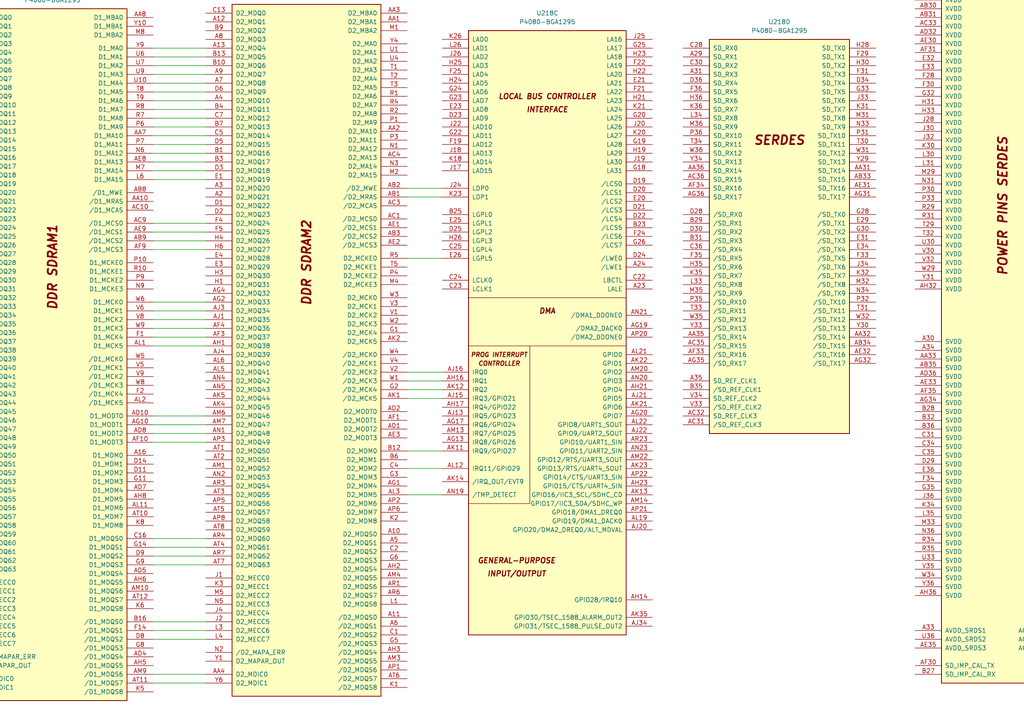
<source format=kicad_sch>
(kicad_sch (version 20250114) (generator "eeschema") (generator_version "9.0")
  (paper "A4")
  (lib_symbols
    (symbol "CPU:P4080-BGA1295" (pin_names (offset 1.016))
      (property "Reference" "U" (at 1.27 19.05 0))
      (property "Value" "P4080-BGA1295" (at 1.27 16.51 0))
      (symbol "P4080-BGA1295_1_1"
        (text "DDR SDRAM1" (at 1.27 26.67 900) (effects (font (size 2.54 2.54) (bold yes) (italic yes))))
        (pin bidirectional line (at -27.94 99.06 0) (length 7.62) (name "D1_MDQ0") (number "A17"))
        (pin bidirectional line (at -27.94 96.52 0) (length 7.62) (name "D1_MDQ1") (number "D17"))
        (pin bidirectional line (at -27.94 93.98 0) (length 7.62) (name "D1_MDQ2") (number "C14"))
        (pin bidirectional line (at -27.94 91.44 0) (length 7.62) (name "D1_MDQ3") (number "A14"))
        (pin bidirectional line (at -27.94 88.9 0) (length 7.62) (name "D1_MDQ4") (number "C17"))
        (pin bidirectional line (at -27.94 86.36 0) (length 7.62) (name "D1_MDQ5") (number "B17"))
        (pin bidirectional line (at -27.94 83.82 0) (length 7.62) (name "D1_MDQ6") (number "A15"))
        (pin bidirectional line (at -27.94 81.28 0) (length 7.62) (name "D1_MDQ7") (number "B15"))
        (pin bidirectional line (at -27.94 78.74 0) (length 7.62) (name "D1_MDQ8") (number "D15"))
        (pin bidirectional line (at -27.94 76.2 0) (length 7.62) (name "D1_MDQ9") (number "G15"))
        (pin bidirectional line (at -27.94 73.66 0) (length 7.62) (name "D1_MDQ10") (number "E12"))
        (pin bidirectional line (at -27.94 71.12 0) (length 7.62) (name "D1_MDQ11") (number "G12"))
        (pin bidirectional line (at -27.94 68.58 0) (length 7.62) (name "D1_MDQ12") (number "F16"))
        (pin bidirectional line (at -27.94 66.04 0) (length 7.62) (name "D1_MDQ13") (number "E15"))
        (pin bidirectional line (at -27.94 63.5 0) (length 7.62) (name "D1_MDQ14") (number "E13"))
        (pin bidirectional line (at -27.94 60.96 0) (length 7.62) (name "D1_MDQ15") (number "F13"))
        (pin bidirectional line (at -27.94 58.42 0) (length 7.62) (name "D1_MDQ16") (number "C8"))
        (pin bidirectional line (at -27.94 55.88 0) (length 7.62) (name "D1_MDQ17") (number "D12"))
        (pin bidirectional line (at -27.94 53.34 0) (length 7.62) (name "D1_MDQ18") (number "E9"))
        (pin bidirectional line (at -27.94 50.8 0) (length 7.62) (name "D1_MDQ19") (number "E10"))
        (pin bidirectional line (at -27.94 48.26 0) (length 7.62) (name "D1_MDQ20") (number "C11"))
        (pin bidirectional line (at -27.94 45.72 0) (length 7.62) (name "D1_MDQ21") (number "C10"))
        (pin bidirectional line (at -27.94 43.18 0) (length 7.62) (name "D1_MDQ22") (number "E6"))
        (pin bidirectional line (at -27.94 40.64 0) (length 7.62) (name "D1_MDQ23") (number "E7"))
        (pin bidirectional line (at -27.94 38.1 0) (length 7.62) (name "D1_MDQ24") (number "F7"))
        (pin bidirectional line (at -27.94 35.56 0) (length 7.62) (name "D1_MDQ25") (number "F11"))
        (pin bidirectional line (at -27.94 33.02 0) (length 7.62) (name "D1_MDQ26") (number "H10"))
        (pin bidirectional line (at -27.94 30.48 0) (length 7.62) (name "D1_MDQ27") (number "J10"))
        (pin bidirectional line (at -27.94 27.94 0) (length 7.62) (name "D1_MDQ28") (number "F10"))
        (pin bidirectional line (at -27.94 25.4 0) (length 7.62) (name "D1_MDQ29") (number "F8"))
        (pin bidirectional line (at -27.94 22.86 0) (length 7.62) (name "D1_MDQ30") (number "H7"))
        (pin bidirectional line (at -27.94 20.32 0) (length 7.62) (name "D1_MDQ31") (number "H9"))
        (pin bidirectional line (at -27.94 17.78 0) (length 7.62) (name "D1_MDQ32") (number "AC7"))
        (pin bidirectional line (at -27.94 15.24 0) (length 7.62) (name "D1_MDQ33") (number "AC6"))
        (pin bidirectional line (at -27.94 12.7 0) (length 7.62) (name "D1_MDQ34") (number "AF6"))
        (pin bidirectional line (at -27.94 10.16 0) (length 7.62) (name "D1_MDQ35") (number "AF7"))
        (pin bidirectional line (at -27.94 7.62 0) (length 7.62) (name "D1_MDQ36") (number "AB5"))
        (pin bidirectional line (at -27.94 5.08 0) (length 7.62) (name "D1_MDQ37") (number "AB6"))
        (pin bidirectional line (at -27.94 2.54 0) (length 7.62) (name "D1_MDQ38") (number "AE5"))
        (pin bidirectional line (at -27.94 0 0) (length 7.62) (name "D1_MDQ39") (number "AE6"))
        (pin bidirectional line (at -27.94 -2.54 0) (length 7.62) (name "D1_MDQ40") (number "AG5"))
        (pin bidirectional line (at -27.94 -5.08 0) (length 7.62) (name "D1_MDQ41") (number "AH9"))
        (pin bidirectional line (at -27.94 -7.62 0) (length 7.62) (name "D1_MDQ42") (number "AJ9"))
        (pin bidirectional line (at -27.94 -10.16 0) (length 7.62) (name "D1_MDQ43") (number "AJ10"))
        (pin bidirectional line (at -27.94 -12.7 0) (length 7.62) (name "D1_MDQ44") (number "AG8"))
        (pin bidirectional line (at -27.94 -15.24 0) (length 7.62) (name "D1_MDQ45") (number "AG7"))
        (pin bidirectional line (at -27.94 -17.78 0) (length 7.62) (name "D1_MDQ46") (number "AJ6"))
        (pin bidirectional line (at -27.94 -20.32 0) (length 7.62) (name "D1_MDQ47") (number "AJ7"))
        (pin bidirectional line (at -27.94 -22.86 0) (length 7.62) (name "D1_MDQ48") (number "AL9"))
        (pin bidirectional line (at -27.94 -25.4 0) (length 7.62) (name "D1_MDQ49") (number "AL8"))
        (pin bidirectional line (at -27.94 -27.94 0) (length 7.62) (name "D1_MDQ50") (number "AN10"))
        (pin bidirectional line (at -27.94 -30.48 0) (length 7.62) (name "D1_MDQ51") (number "AN11"))
        (pin bidirectional line (at -27.94 -33.02 0) (length 7.62) (name "D1_MDQ52") (number "AK8"))
        (pin bidirectional line (at -27.94 -35.56 0) (length 7.62) (name "D1_MDQ53") (number "AK7"))
        (pin bidirectional line (at -27.94 -38.1 0) (length 7.62) (name "D1_MDQ54") (number "AN7"))
        (pin bidirectional line (at -27.94 -40.64 0) (length 7.62) (name "D1_MDQ55") (number "AN8"))
        (pin bidirectional line (at -27.94 -43.18 0) (length 7.62) (name "D1_MDQ56") (number "AT9"))
        (pin bidirectional line (at -27.94 -45.72 0) (length 7.62) (name "D1_MDQ57") (number "AR10"))
        (pin bidirectional line (at -27.94 -48.26 0) (length 7.62) (name "D1_MDQ58") (number "AT13"))
        (pin bidirectional line (at -27.94 -50.8 0) (length 7.62) (name "D1_MDQ59") (number "AR13"))
        (pin bidirectional line (at -27.94 -53.34 0) (length 7.62) (name "D1_MDQ60") (number "AP9"))
        (pin bidirectional line (at -27.94 -55.88 0) (length 7.62) (name "D1_MDQ61") (number "AR9"))
        (pin bidirectional line (at -27.94 -58.42 0) (length 7.62) (name "D1_MDQ62") (number "AR12"))
        (pin bidirectional line (at -27.94 -60.96 0) (length 7.62) (name "D1_MDQ63") (number "AP12"))
        (pin bidirectional line (at -27.94 -64.77 0) (length 7.62) (name "D1_MECC0") (number "K9"))
        (pin bidirectional line (at -27.94 -67.31 0) (length 7.62) (name "D1_MECC1") (number "J5"))
        (pin bidirectional line (at -27.94 -69.85 0) (length 7.62) (name "D1_MECC2") (number "L10"))
        (pin bidirectional line (at -27.94 -72.39 0) (length 7.62) (name "D1_MECC3") (number "M10"))
        (pin bidirectional line (at -27.94 -74.93 0) (length 7.62) (name "D1_MECC4") (number "J8"))
        (pin bidirectional line (at -27.94 -77.47 0) (length 7.62) (name "D1_MECC5") (number "J7"))
        (pin bidirectional line (at -27.94 -80.01 0) (length 7.62) (name "D1_MECC6") (number "L7"))
        (pin bidirectional line (at -27.94 -82.55 0) (length 7.62) (name "D1_MECC7") (number "L9"))
        (pin input line (at -27.94 -86.36 0) (length 7.62) (name "/D1_MAPAR_ERR") (number "N8"))
        (pin output line (at -27.94 -88.9 0) (length 7.62) (name "D1_MAPAR_OUT") (number "Y7"))
        (pin bidirectional line (at -27.94 -92.71 0) (length 7.62) (name "D1_MDIC0") (number "T6"))
        (pin bidirectional line (at -27.94 -95.25 0) (length 7.62) (name "D1_MDIC1") (number "AA5"))
        (pin output line (at 30.48 99.06 180) (length 7.62) (name "D1_MBA0") (number "AA8"))
        (pin output line (at 30.48 96.52 180) (length 7.62) (name "D1_MBA1") (number "Y10"))
        (pin output line (at 30.48 93.98 180) (length 7.62) (name "D1_MBA2") (number "M8"))
        (pin output line (at 30.48 90.17 180) (length 7.62) (name "D1_MA0") (number "Y9"))
        (pin output line (at 30.48 87.63 180) (length 7.62) (name "D1_MA1") (number "U6"))
        (pin output line (at 30.48 85.09 180) (length 7.62) (name "D1_MA2") (number "U7"))
        (pin output line (at 30.48 82.55 180) (length 7.62) (name "D1_MA3") (number "U9"))
        (pin output line (at 30.48 80.01 180) (length 7.62) (name "D1_MA4") (number "U10"))
        (pin output line (at 30.48 77.47 180) (length 7.62) (name "D1_MA5") (number "T8"))
        (pin output line (at 30.48 74.93 180) (length 7.62) (name "D1_MA6") (number "T9"))
        (pin output line (at 30.48 72.39 180) (length 7.62) (name "D1_MA7") (number "R8"))
        (pin output line (at 30.48 69.85 180) (length 7.62) (name "D1_MA8") (number "R7"))
        (pin output line (at 30.48 67.31 180) (length 7.62) (name "D1_MA9") (number "P6"))
        (pin output line (at 30.48 64.77 180) (length 7.62) (name "D1_MA10") (number "AA7"))
        (pin output line (at 30.48 62.23 180) (length 7.62) (name "D1_MA11") (number "P7"))
        (pin output line (at 30.48 59.69 180) (length 7.62) (name "D1_MA12") (number "N6"))
        (pin output line (at 30.48 57.15 180) (length 7.62) (name "D1_MA13") (number "AE8"))
        (pin output line (at 30.48 54.61 180) (length 7.62) (name "D1_MA14") (number "M7"))
        (pin output line (at 30.48 52.07 180) (length 7.62) (name "D1_MA15") (number "L6"))
        (pin output line (at 30.48 48.26 180) (length 7.62) (name "/D1_MWE") (number "AB8"))
        (pin output line (at 30.48 45.72 180) (length 7.62) (name "/D1_MRAS") (number "AA10"))
        (pin output line (at 30.48 43.18 180) (length 7.62) (name "/D1_MCAS") (number "AC10"))
        (pin output line (at 30.48 39.37 180) (length 7.62) (name "/D1_MCS0") (number "AC9"))
        (pin output line (at 30.48 36.83 180) (length 7.62) (name "/D1_MCS1") (number "AE9"))
        (pin output line (at 30.48 34.29 180) (length 7.62) (name "/D1_MCS2") (number "AB9"))
        (pin output line (at 30.48 31.75 180) (length 7.62) (name "/D1_MCS3") (number "AF9"))
        (pin output line (at 30.48 27.94 180) (length 7.62) (name "D1_MCKE0") (number "P10"))
        (pin output line (at 30.48 25.4 180) (length 7.62) (name "D1_MCKE1") (number "R10"))
        (pin output line (at 30.48 22.86 180) (length 7.62) (name "D1_MCKE2") (number "P9"))
        (pin output line (at 30.48 20.32 180) (length 7.62) (name "D1_MCKE3") (number "N9"))
        (pin output line (at 30.48 16.51 180) (length 7.62) (name "D1_MCK0") (number "W6"))
        (pin output line (at 30.48 13.97 180) (length 7.62) (name "D1_MCK1") (number "V6"))
        (pin output line (at 30.48 11.43 180) (length 7.62) (name "D1_MCK2") (number "V8"))
        (pin output line (at 30.48 8.89 180) (length 7.62) (name "D1_MCK3") (number "W9"))
        (pin output line (at 30.48 6.35 180) (length 7.62) (name "D1_MCK4") (number "F1"))
        (pin output line (at 30.48 3.81 180) (length 7.62) (name "D1_MCK5") (number "AL1"))
        (pin output line (at 30.48 0 180) (length 7.62) (name "/D1_MCK0") (number "W5"))
        (pin output line (at 30.48 -2.54 180) (length 7.62) (name "/D1_MCK1") (number "V5"))
        (pin output line (at 30.48 -5.08 180) (length 7.62) (name "/D1_MCK2") (number "V9"))
        (pin output line (at 30.48 -7.62 180) (length 7.62) (name "/D1_MCK3") (number "W8"))
        (pin output line (at 30.48 -10.16 180) (length 7.62) (name "/D1_MCK4") (number "F2"))
        (pin output line (at 30.48 -12.7 180) (length 7.62) (name "/D1_MCK5") (number "AL2"))
        (pin output line (at 30.48 -16.51 180) (length 7.62) (name "D1_MODT0") (number "AD10"))
        (pin output line (at 30.48 -19.05 180) (length 7.62) (name "D1_MODT1") (number "AG10"))
        (pin output line (at 30.48 -21.59 180) (length 7.62) (name "D1_MODT2") (number "AD8"))
        (pin output line (at 30.48 -24.13 180) (length 7.62) (name "D1_MODT3") (number "AF10"))
        (pin output line (at 30.48 -27.94 180) (length 7.62) (name "D1_MDM0") (number "A16"))
        (pin output line (at 30.48 -30.48 180) (length 7.62) (name "D1_MDM1") (number "D14"))
        (pin output line (at 30.48 -33.02 180) (length 7.62) (name "D1_MDM2") (number "D11"))
        (pin output line (at 30.48 -35.56 180) (length 7.62) (name "D1_MDM3") (number "G11"))
        (pin output line (at 30.48 -38.1 180) (length 7.62) (name "D1_MDM4") (number "AD7"))
        (pin output line (at 30.48 -40.64 180) (length 7.62) (name "D1_MDM5") (number "AH8"))
        (pin output line (at 30.48 -43.18 180) (length 7.62) (name "D1_MDM6") (number "AL11"))
        (pin output line (at 30.48 -45.72 180) (length 7.62) (name "D1_MDM7") (number "AT10"))
        (pin output line (at 30.48 -48.26 180) (length 7.62) (name "D1_MDM8") (number "K8"))
        (pin bidirectional line (at 30.48 -52.07 180) (length 7.62) (name "D1_MDQS0") (number "C16"))
        (pin bidirectional line (at 30.48 -54.61 180) (length 7.62) (name "D1_MDQS1") (number "G14"))
        (pin bidirectional line (at 30.48 -57.15 180) (length 7.62) (name "D1_MDQS2") (number "D9"))
        (pin bidirectional line (at 30.48 -59.69 180) (length 7.62) (name "D1_MDQS3") (number "G9"))
        (pin bidirectional line (at 30.48 -62.23 180) (length 7.62) (name "D1_MDQS4") (number "AD5"))
        (pin bidirectional line (at 30.48 -64.77 180) (length 7.62) (name "D1_MDQS5") (number "AH6"))
        (pin bidirectional line (at 30.48 -67.31 180) (length 7.62) (name "D1_MDQS6") (number "AM10"))
        (pin bidirectional line (at 30.48 -69.85 180) (length 7.62) (name "D1_MDQS7") (number "AT12"))
        (pin bidirectional line (at 30.48 -72.39 180) (length 7.62) (name "D1_MDQS8") (number "K6"))
        (pin bidirectional line (at 30.48 -76.2 180) (length 7.62) (name "/D1_MDQS0") (number "B16"))
        (pin bidirectional line (at 30.48 -78.74 180) (length 7.62) (name "/D1_MDQS1") (number "F14"))
        (pin bidirectional line (at 30.48 -81.28 180) (length 7.62) (name "/D1_MDQS2") (number "D8"))
        (pin bidirectional line (at 30.48 -83.82 180) (length 7.62) (name "/D1_MDQS3") (number "G8"))
        (pin bidirectional line (at 30.48 -86.36 180) (length 7.62) (name "/D1_MDQS4") (number "AD4"))
        (pin bidirectional line (at 30.48 -88.9 180) (length 7.62) (name "/D1_MDQS5") (number "AH5"))
        (pin bidirectional line (at 30.48 -91.44 180) (length 7.62) (name "/D1_MDQS6") (number "AM9"))
        (pin bidirectional line (at 30.48 -93.98 180) (length 7.62) (name "/D1_MDQS7") (number "AT11"))
        (pin bidirectional line (at 30.48 -96.52 180) (length 7.62) (name "/D1_MDQS8") (number "K5"))
      )
      (symbol "P4080-BGA1295_2_1"
        (text "DDR SDRAM2" (at 1.27 26.67 900) (effects (font (size 2.54 2.54) (bold yes) (italic yes))))
        (pin bidirectional line (at -27.94 99.06 0) (length 7.62) (name "D2_MDQ0") (number "C13"))
        (pin bidirectional line (at -27.94 96.52 0) (length 7.62) (name "D2_MDQ1") (number "A12"))
        (pin bidirectional line (at -27.94 93.98 0) (length 7.62) (name "D2_MDQ2") (number "B9"))
        (pin bidirectional line (at -27.94 91.44 0) (length 7.62) (name "D2_MDQ3") (number "A8"))
        (pin bidirectional line (at -27.94 88.9 0) (length 7.62) (name "D2_MDQ4") (number "A13"))
        (pin bidirectional line (at -27.94 86.36 0) (length 7.62) (name "D2_MDQ5") (number "B13"))
        (pin bidirectional line (at -27.94 83.82 0) (length 7.62) (name "D2_MDQ6") (number "B10"))
        (pin bidirectional line (at -27.94 81.28 0) (length 7.62) (name "D2_MDQ7") (number "A9"))
        (pin bidirectional line (at -27.94 78.74 0) (length 7.62) (name "D2_MDQ8") (number "A7"))
        (pin bidirectional line (at -27.94 76.2 0) (length 7.62) (name "D2_MDQ9") (number "D6"))
        (pin bidirectional line (at -27.94 73.66 0) (length 7.62) (name "D2_MDQ10") (number "A4"))
        (pin bidirectional line (at -27.94 71.12 0) (length 7.62) (name "D2_MDQ11") (number "B4"))
        (pin bidirectional line (at -27.94 68.58 0) (length 7.62) (name "D2_MDQ12") (number "C7"))
        (pin bidirectional line (at -27.94 66.04 0) (length 7.62) (name "D2_MDQ13") (number "B7"))
        (pin bidirectional line (at -27.94 63.5 0) (length 7.62) (name "D2_MDQ14") (number "C5"))
        (pin bidirectional line (at -27.94 60.96 0) (length 7.62) (name "D2_MDQ15") (number "D5"))
        (pin bidirectional line (at -27.94 58.42 0) (length 7.62) (name "D2_MDQ16") (number "B1"))
        (pin bidirectional line (at -27.94 55.88 0) (length 7.62) (name "D2_MDQ17") (number "B3"))
        (pin bidirectional line (at -27.94 53.34 0) (length 7.62) (name "D2_MDQ18") (number "D3"))
        (pin bidirectional line (at -27.94 50.8 0) (length 7.62) (name "D2_MDQ19") (number "E1"))
        (pin bidirectional line (at -27.94 48.26 0) (length 7.62) (name "D2_MDQ20") (number "A3"))
        (pin bidirectional line (at -27.94 45.72 0) (length 7.62) (name "D2_MDQ21") (number "A2"))
        (pin bidirectional line (at -27.94 43.18 0) (length 7.62) (name "D2_MDQ22") (number "D1"))
        (pin bidirectional line (at -27.94 40.64 0) (length 7.62) (name "D2_MDQ23") (number "D2"))
        (pin bidirectional line (at -27.94 38.1 0) (length 7.62) (name "D2_MDQ24") (number "F4"))
        (pin bidirectional line (at -27.94 35.56 0) (length 7.62) (name "D2_MDQ25") (number "F5"))
        (pin bidirectional line (at -27.94 33.02 0) (length 7.62) (name "D2_MDQ26") (number "H4"))
        (pin bidirectional line (at -27.94 30.48 0) (length 7.62) (name "D2_MDQ27") (number "H6"))
        (pin bidirectional line (at -27.94 27.94 0) (length 7.62) (name "D2_MDQ28") (number "E4"))
        (pin bidirectional line (at -27.94 25.4 0) (length 7.62) (name "D2_MDQ29") (number "E3"))
        (pin bidirectional line (at -27.94 22.86 0) (length 7.62) (name "D2_MDQ30") (number "H3"))
        (pin bidirectional line (at -27.94 20.32 0) (length 7.62) (name "D2_MDQ31") (number "H1"))
        (pin bidirectional line (at -27.94 17.78 0) (length 7.62) (name "D2_MDQ32") (number "AG4"))
        (pin bidirectional line (at -27.94 15.24 0) (length 7.62) (name "D2_MDQ33") (number "AG2"))
        (pin bidirectional line (at -27.94 12.7 0) (length 7.62) (name "D2_MDQ34") (number "AJ3"))
        (pin bidirectional line (at -27.94 10.16 0) (length 7.62) (name "D2_MDQ35") (number "AJ1"))
        (pin bidirectional line (at -27.94 7.62 0) (length 7.62) (name "D2_MDQ36") (number "AF4"))
        (pin bidirectional line (at -27.94 5.08 0) (length 7.62) (name "D2_MDQ37") (number "AF3"))
        (pin bidirectional line (at -27.94 2.54 0) (length 7.62) (name "D2_MDQ38") (number "AH1"))
        (pin bidirectional line (at -27.94 0 0) (length 7.62) (name "D2_MDQ39") (number "AJ4"))
        (pin bidirectional line (at -27.94 -2.54 0) (length 7.62) (name "D2_MDQ40") (number "AL6"))
        (pin bidirectional line (at -27.94 -5.08 0) (length 7.62) (name "D2_MDQ41") (number "AL5"))
        (pin bidirectional line (at -27.94 -7.62 0) (length 7.62) (name "D2_MDQ42") (number "AN4"))
        (pin bidirectional line (at -27.94 -10.16 0) (length 7.62) (name "D2_MDQ43") (number "AN5"))
        (pin bidirectional line (at -27.94 -12.7 0) (length 7.62) (name "D2_MDQ44") (number "AK5"))
        (pin bidirectional line (at -27.94 -15.24 0) (length 7.62) (name "D2_MDQ45") (number "AK4"))
        (pin bidirectional line (at -27.94 -17.78 0) (length 7.62) (name "D2_MDQ46") (number "AM6"))
        (pin bidirectional line (at -27.94 -20.32 0) (length 7.62) (name "D2_MDQ47") (number "AM7"))
        (pin bidirectional line (at -27.94 -22.86 0) (length 7.62) (name "D2_MDQ48") (number "AN1"))
        (pin bidirectional line (at -27.94 -25.4 0) (length 7.62) (name "D2_MDQ49") (number "AP3"))
        (pin bidirectional line (at -27.94 -27.94 0) (length 7.62) (name "D2_MDQ50") (number "AT1"))
        (pin bidirectional line (at -27.94 -30.48 0) (length 7.62) (name "D2_MDQ51") (number "AT2"))
        (pin bidirectional line (at -27.94 -33.02 0) (length 7.62) (name "D2_MDQ52") (number "AM1"))
        (pin bidirectional line (at -27.94 -35.56 0) (length 7.62) (name "D2_MDQ53") (number "AN2"))
        (pin bidirectional line (at -27.94 -38.1 0) (length 7.62) (name "D2_MDQ54") (number "AR3"))
        (pin bidirectional line (at -27.94 -40.64 0) (length 7.62) (name "D2_MDQ55") (number "AT3"))
        (pin bidirectional line (at -27.94 -43.18 0) (length 7.62) (name "D2_MDQ56") (number "AP5"))
        (pin bidirectional line (at -27.94 -45.72 0) (length 7.62) (name "D2_MDQ57") (number "AT5"))
        (pin bidirectional line (at -27.94 -48.26 0) (length 7.62) (name "D2_MDQ58") (number "AP8"))
        (pin bidirectional line (at -27.94 -50.8 0) (length 7.62) (name "D2_MDQ59") (number "AT8"))
        (pin bidirectional line (at -27.94 -53.34 0) (length 7.62) (name "D2_MDQ60") (number "AR4"))
        (pin bidirectional line (at -27.94 -55.88 0) (length 7.62) (name "D2_MDQ61") (number "AT4"))
        (pin bidirectional line (at -27.94 -58.42 0) (length 7.62) (name "D2_MDQ62") (number "AR7"))
        (pin bidirectional line (at -27.94 -60.96 0) (length 7.62) (name "D2_MDQ63") (number "AT7"))
        (pin bidirectional line (at -27.94 -64.77 0) (length 7.62) (name "D2_MECC0") (number "J1"))
        (pin bidirectional line (at -27.94 -67.31 0) (length 7.62) (name "D2_MECC1") (number "K3"))
        (pin bidirectional line (at -27.94 -69.85 0) (length 7.62) (name "D2_MECC2") (number "M5"))
        (pin bidirectional line (at -27.94 -72.39 0) (length 7.62) (name "D2_MECC3") (number "N5"))
        (pin bidirectional line (at -27.94 -74.93 0) (length 7.62) (name "D2_MECC4") (number "J4"))
        (pin bidirectional line (at -27.94 -77.47 0) (length 7.62) (name "D2_MECC5") (number "J2"))
        (pin bidirectional line (at -27.94 -80.01 0) (length 7.62) (name "D2_MECC6") (number "L3"))
        (pin bidirectional line (at -27.94 -82.55 0) (length 7.62) (name "D2_MECC7") (number "L4"))
        (pin input line (at -27.94 -86.36 0) (length 7.62) (name "/D2_MAPA_ERR") (number "N2"))
        (pin output line (at -27.94 -88.9 0) (length 7.62) (name "D2_MAPAR_OUT") (number "Y1"))
        (pin bidirectional line (at -27.94 -92.71 0) (length 7.62) (name "D2_MDIC0") (number "AA4"))
        (pin bidirectional line (at -27.94 -95.25 0) (length 7.62) (name "D2_MDIC1") (number "Y6"))
        (pin output line (at 30.48 99.06 180) (length 7.62) (name "D2_MBA0") (number "AA3"))
        (pin output line (at 30.48 96.52 180) (length 7.62) (name "D2_MBA1") (number "AA1"))
        (pin output line (at 30.48 93.98 180) (length 7.62) (name "D2_MBA2") (number "M1"))
        (pin output line (at 30.48 90.17 180) (length 7.62) (name "D2_MA0") (number "Y4"))
        (pin output line (at 30.48 87.63 180) (length 7.62) (name "D2_MA1") (number "U1"))
        (pin output line (at 30.48 85.09 180) (length 7.62) (name "D2_MA2") (number "U4"))
        (pin output line (at 30.48 82.55 180) (length 7.62) (name "D2_MA3") (number "T1"))
        (pin output line (at 30.48 80.01 180) (length 7.62) (name "D2_MA4") (number "T2"))
        (pin output line (at 30.48 77.47 180) (length 7.62) (name "D2_MA5") (number "T3"))
        (pin output line (at 30.48 74.93 180) (length 7.62) (name "D2_MA6") (number "R1"))
        (pin output line (at 30.48 72.39 180) (length 7.62) (name "D2_MA7") (number "R4"))
        (pin output line (at 30.48 69.85 180) (length 7.62) (name "D2_MA8") (number "R2"))
        (pin output line (at 30.48 67.31 180) (length 7.62) (name "D2_MA9") (number "P1"))
        (pin output line (at 30.48 64.77 180) (length 7.62) (name "D2_MA10") (number "AA2"))
        (pin output line (at 30.48 62.23 180) (length 7.62) (name "D2_MA11") (number "P3"))
        (pin output line (at 30.48 59.69 180) (length 7.62) (name "D2_MA12") (number "N1"))
        (pin output line (at 30.48 57.15 180) (length 7.62) (name "D2_MA13") (number "AC4"))
        (pin output line (at 30.48 54.61 180) (length 7.62) (name "D2_MA14") (number "N3"))
        (pin output line (at 30.48 52.07 180) (length 7.62) (name "D2_MA15") (number "M2"))
        (pin output line (at 30.48 48.26 180) (length 7.62) (name "/D2_MWE") (number "AB2"))
        (pin output line (at 30.48 45.72 180) (length 7.62) (name "/D2_MRAS") (number "AB1"))
        (pin output line (at 30.48 43.18 180) (length 7.62) (name "/D2_MCAS") (number "AC3"))
        (pin output line (at 30.48 39.37 180) (length 7.62) (name "/D2_MCS0") (number "AC1"))
        (pin output line (at 30.48 36.83 180) (length 7.62) (name "/D2_MCS1") (number "AE1"))
        (pin output line (at 30.48 34.29 180) (length 7.62) (name "/D2_MCS2") (number "AB3"))
        (pin output line (at 30.48 31.75 180) (length 7.62) (name "/D2_MCS3") (number "AE2"))
        (pin output line (at 30.48 27.94 180) (length 7.62) (name "D2_MCKE0") (number "R5"))
        (pin output line (at 30.48 25.4 180) (length 7.62) (name "D2_MCKE1") (number "T5"))
        (pin output line (at 30.48 22.86 180) (length 7.62) (name "D2_MCKE2") (number "P4"))
        (pin output line (at 30.48 20.32 180) (length 7.62) (name "D2_MCKE3") (number "M4"))
        (pin output line (at 30.48 16.51 180) (length 7.62) (name "D2_MCK0") (number "W3"))
        (pin output line (at 30.48 13.97 180) (length 7.62) (name "D2_MCK1") (number "V3"))
        (pin output line (at 30.48 11.43 180) (length 7.62) (name "D2_MCK2") (number "V1"))
        (pin output line (at 30.48 8.89 180) (length 7.62) (name "D2_MCK3") (number "W2"))
        (pin output line (at 30.48 6.35 180) (length 7.62) (name "D2_MCK4") (number "G1"))
        (pin output line (at 30.48 3.81 180) (length 7.62) (name "D2_MCK5") (number "AK2"))
        (pin output line (at 30.48 0 180) (length 7.62) (name "/D2_MCK0") (number "W4"))
        (pin output line (at 30.48 -2.54 180) (length 7.62) (name "/D2_MCK1") (number "V4"))
        (pin output line (at 30.48 -5.08 180) (length 7.62) (name "/D2_MCK2") (number "V2"))
        (pin output line (at 30.48 -7.62 180) (length 7.62) (name "/D2_MCK3") (number "W1"))
        (pin output line (at 30.48 -10.16 180) (length 7.62) (name "/D2_MCK4") (number "G2"))
        (pin output line (at 30.48 -12.7 180) (length 7.62) (name "/D2_MCK5") (number "AK1"))
        (pin output line (at 30.48 -16.51 180) (length 7.62) (name "D2_MODT0") (number "AD2"))
        (pin output line (at 30.48 -19.05 180) (length 7.62) (name "D2_MODT1") (number "AF1"))
        (pin output line (at 30.48 -21.59 180) (length 7.62) (name "D2_MODT2") (number "AD1"))
        (pin output line (at 30.48 -24.13 180) (length 7.62) (name "D2_MODT3") (number "AE3"))
        (pin output line (at 30.48 -27.94 180) (length 7.62) (name "D2_MDM0") (number "B12"))
        (pin output line (at 30.48 -30.48 180) (length 7.62) (name "D2_MDM1") (number "B6"))
        (pin output line (at 30.48 -33.02 180) (length 7.62) (name "D2_MDM2") (number "C4"))
        (pin output line (at 30.48 -35.56 180) (length 7.62) (name "D2_MDM3") (number "G3"))
        (pin output line (at 30.48 -38.1 180) (length 7.62) (name "D2_MDM4") (number "AG1"))
        (pin output line (at 30.48 -40.64 180) (length 7.62) (name "D2_MDM5") (number "AL3"))
        (pin output line (at 30.48 -43.18 180) (length 7.62) (name "D2_MDM6") (number "AP2"))
        (pin output line (at 30.48 -45.72 180) (length 7.62) (name "D2_MDM7") (number "AP6"))
        (pin output line (at 30.48 -48.26 180) (length 7.62) (name "D2_MDM8") (number "K2"))
        (pin bidirectional line (at 30.48 -52.07 180) (length 7.62) (name "D2_MDQS0") (number "A10"))
        (pin bidirectional line (at 30.48 -54.61 180) (length 7.62) (name "D2_MDQS1") (number "A5"))
        (pin bidirectional line (at 30.48 -57.15 180) (length 7.62) (name "D2_MDQS2") (number "C2"))
        (pin bidirectional line (at 30.48 -59.69 180) (length 7.62) (name "D2_MDQS3") (number "G6"))
        (pin bidirectional line (at 30.48 -62.23 180) (length 7.62) (name "D2_MDQS4") (number "AH2"))
        (pin bidirectional line (at 30.48 -64.77 180) (length 7.62) (name "D2_MDQS5") (number "AM4"))
        (pin bidirectional line (at 30.48 -67.31 180) (length 7.62) (name "D2_MDQS6") (number "AR1"))
        (pin bidirectional line (at 30.48 -69.85 180) (length 7.62) (name "D2_MDQS7") (number "AR6"))
        (pin bidirectional line (at 30.48 -72.39 180) (length 7.62) (name "D2_MDQS8") (number "L1"))
        (pin bidirectional line (at 30.48 -76.2 180) (length 7.62) (name "/D2_MDQS0") (number "A11"))
        (pin bidirectional line (at 30.48 -78.74 180) (length 7.62) (name "/D2_MDQS1") (number "A6"))
        (pin bidirectional line (at 30.48 -81.28 180) (length 7.62) (name "/D2_MDQS2") (number "C1"))
        (pin bidirectional line (at 30.48 -83.82 180) (length 7.62) (name "/D2_MDQS3") (number "G5"))
        (pin bidirectional line (at 30.48 -86.36 180) (length 7.62) (name "/D2_MDQS4") (number "AH3"))
        (pin bidirectional line (at 30.48 -88.9 180) (length 7.62) (name "/D2_MDQS5") (number "AM3"))
        (pin bidirectional line (at 30.48 -91.44 180) (length 7.62) (name "/D2_MDQS6") (number "AP1"))
        (pin bidirectional line (at 30.48 -93.98 180) (length 7.62) (name "/D2_MDQS7") (number "AT6"))
        (pin bidirectional line (at 30.48 -96.52 180) (length 7.62) (name "/D2_MDQS8") (number "K1"))
      )
      (symbol "P4080-BGA1295_3_1"
        (text "PROG INTERRUPT" (at -13.97 -5.08 0) (effects (font (size 1.27 1.27) (bold yes) (italic yes))))
        (text "CONTROLLER" (at -13.97 -7.62 0) (effects (font (size 1.27 1.27) (bold yes) (italic yes))))
        (text "GENERAL-PURPOSE" (at -8.89 -64.77 0) (effects (font (size 1.524 1.524) (bold yes) (italic yes))))
        (text "INPUT/OUTPUT" (at -8.89 -68.58 0) (effects (font (size 1.524 1.524) (bold yes) (italic yes))))
        (text "LOCAL BUS CONTROLLER" (at 0 69.85 0) (effects (font (size 1.524 1.524) (bold yes) (italic yes))))
        (text "INTERFACE" (at 0 66.04 0) (effects (font (size 1.524 1.524) (bold yes) (italic yes))))
        (text "DMA" (at 0 7.62 0) (effects (font (size 1.524 1.524) (bold yes) (italic yes))))
        (pin bidirectional line (at -30.48 86.36 0) (length 7.62) (name "LAD0") (number "K26"))
        (pin bidirectional line (at -30.48 83.82 0) (length 7.62) (name "LAD1") (number "L26"))
        (pin bidirectional line (at -30.48 81.28 0) (length 7.62) (name "LAD2") (number "J26"))
        (pin bidirectional line (at -30.48 78.74 0) (length 7.62) (name "LAD3") (number "H25"))
        (pin bidirectional line (at -30.48 76.2 0) (length 7.62) (name "LAD4") (number "F25"))
        (pin bidirectional line (at -30.48 73.66 0) (length 7.62) (name "LAD5") (number "H24"))
        (pin bidirectional line (at -30.48 71.12 0) (length 7.62) (name "LAD6") (number "G24"))
        (pin bidirectional line (at -30.48 68.58 0) (length 7.62) (name "LAD7") (number "G23"))
        (pin bidirectional line (at -30.48 66.04 0) (length 7.62) (name "LAD8") (number "E23"))
        (pin bidirectional line (at -30.48 63.5 0) (length 7.62) (name "LAD9") (number "D23"))
        (pin bidirectional line (at -30.48 60.96 0) (length 7.62) (name "LAD10") (number "J22"))
        (pin bidirectional line (at -30.48 58.42 0) (length 7.62) (name "LAD11") (number "G22"))
        (pin bidirectional line (at -30.48 55.88 0) (length 7.62) (name "LAD12") (number "F19"))
        (pin bidirectional line (at -30.48 53.34 0) (length 7.62) (name "LAD13") (number "J18"))
        (pin bidirectional line (at -30.48 50.8 0) (length 7.62) (name "LAD14") (number "K18"))
        (pin bidirectional line (at -30.48 48.26 0) (length 7.62) (name "LAD15") (number "J17"))
        (pin bidirectional line (at -30.48 43.18 0) (length 7.62) (name "LDP0") (number "J24"))
        (pin bidirectional line (at -30.48 40.64 0) (length 7.62) (name "LDP1") (number "K23"))
        (pin output line (at -30.48 35.56 0) (length 7.62) (name "LGPL0") (number "B25"))
        (pin output line (at -30.48 33.02 0) (length 7.62) (name "LGPL1") (number "E25"))
        (pin output line (at -30.48 30.48 0) (length 7.62) (name "LGPL2") (number "D25"))
        (pin output line (at -30.48 27.94 0) (length 7.62) (name "LGPL3") (number "H26"))
        (pin bidirectional line (at -30.48 25.4 0) (length 7.62) (name "LGPL4") (number "C25"))
        (pin output line (at -30.48 22.86 0) (length 7.62) (name "LGPL5") (number "E26"))
        (pin output line (at -30.48 16.51 0) (length 7.62) (name "LCLK0") (number "C24"))
        (pin output line (at -30.48 13.97 0) (length 7.62) (name "LCLK1") (number "C23"))
        (pin input line (at -30.48 -10.16 0) (length 7.62) (name "IRQ0") (number "AJ16"))
        (pin input line (at -30.48 -12.7 0) (length 7.62) (name "IRQ1") (number "AH16"))
        (pin input line (at -30.48 -15.24 0) (length 7.62) (name "IRQ2") (number "AK12"))
        (pin input line (at -30.48 -17.78 0) (length 7.62) (name "IRQ3/GPIO21") (number "AJ15"))
        (pin input line (at -30.48 -20.32 0) (length 7.62) (name "IRQ4/GPIO22") (number "AH17"))
        (pin input line (at -30.48 -22.86 0) (length 7.62) (name "IRQ5/GPIO23") (number "AJ13"))
        (pin input line (at -30.48 -25.4 0) (length 7.62) (name "IRQ6/GPIO24") (number "AG17"))
        (pin input line (at -30.48 -27.94 0) (length 7.62) (name "IRQ7/GPIO25") (number "AM13"))
        (pin input line (at -30.48 -30.48 0) (length 7.62) (name "IRQ8/GPIO26") (number "AG13"))
        (pin input line (at -30.48 -33.02 0) (length 7.62) (name "IRQ9/GPIO27") (number "AK11"))
        (pin input line (at -30.48 -38.1 0) (length 7.62) (name "IRQ11/GPIO29") (number "AL12"))
        (pin output line (at -30.48 -41.91 0) (length 7.62) (name "/IRQ_OUT/EVT9") (number "AK14"))
        (pin input line (at -30.48 -45.72 0) (length 7.62) (name "/TMP_DETECT") (number "AN19"))
        (pin output line (at 30.48 86.36 180) (length 7.62) (name "LA16") (number "J25"))
        (pin output line (at 30.48 83.82 180) (length 7.62) (name "LA17") (number "G25"))
        (pin output line (at 30.48 81.28 180) (length 7.62) (name "LA18") (number "H23"))
        (pin output line (at 30.48 78.74 180) (length 7.62) (name "LA19") (number "F22"))
        (pin output line (at 30.48 76.2 180) (length 7.62) (name "LA20") (number "H22"))
        (pin output line (at 30.48 73.66 180) (length 7.62) (name "LA21") (number "E21"))
        (pin output line (at 30.48 71.12 180) (length 7.62) (name "LA22") (number "F21"))
        (pin output line (at 30.48 68.58 180) (length 7.62) (name "LA23") (number "H21"))
        (pin output line (at 30.48 66.04 180) (length 7.62) (name "LA24") (number "K21"))
        (pin output line (at 30.48 63.5 180) (length 7.62) (name "LA25") (number "G20"))
        (pin output line (at 30.48 60.96 180) (length 7.62) (name "LA26") (number "J20"))
        (pin output line (at 30.48 58.42 180) (length 7.62) (name "LA27") (number "K20"))
        (pin output line (at 30.48 55.88 180) (length 7.62) (name "LA28") (number "G19"))
        (pin output line (at 30.48 53.34 180) (length 7.62) (name "LA29") (number "H19"))
        (pin output line (at 30.48 50.8 180) (length 7.62) (name "LA30") (number "J19"))
        (pin output line (at 30.48 48.26 180) (length 7.62) (name "LA31") (number "G18"))
        (pin output line (at 30.48 44.45 180) (length 7.62) (name "/LCS0") (number "D19"))
        (pin output line (at 30.48 41.91 180) (length 7.62) (name "/LCS1") (number "D20"))
        (pin output line (at 30.48 39.37 180) (length 7.62) (name "/LCS2") (number "E20"))
        (pin output line (at 30.48 36.83 180) (length 7.62) (name "/LCS3") (number "D21"))
        (pin output line (at 30.48 34.29 180) (length 7.62) (name "/LCS4") (number "D22"))
        (pin output line (at 30.48 31.75 180) (length 7.62) (name "/LCS5") (number "B23"))
        (pin output line (at 30.48 29.21 180) (length 7.62) (name "/LCS6") (number "F24"))
        (pin output line (at 30.48 26.67 180) (length 7.62) (name "/LCS7") (number "G26"))
        (pin output line (at 30.48 22.86 180) (length 7.62) (name "/LWE0") (number "D24"))
        (pin output line (at 30.48 20.32 180) (length 7.62) (name "/LWE1") (number "A24"))
        (pin output line (at 30.48 16.51 180) (length 7.62) (name "LBCTL") (number "C22"))
        (pin bidirectional line (at 30.48 13.97 180) (length 7.62) (name "LALE") (number "A23"))
        (pin output line (at 30.48 6.35 180) (length 7.62) (name "/DMA1_DDONE0") (number "AN21"))
        (pin output line (at 30.48 2.54 180) (length 7.62) (name "/DMA2_DACK0") (number "AG19"))
        (pin output line (at 30.48 0 180) (length 7.62) (name "/DMA2_DDONE0") (number "AP20"))
        (pin bidirectional line (at 30.48 -5.08 180) (length 7.62) (name "GPIO0") (number "AL21"))
        (pin bidirectional line (at 30.48 -7.62 180) (length 7.62) (name "GPIO1") (number "AK22"))
        (pin bidirectional line (at 30.48 -10.16 180) (length 7.62) (name "GPIO2") (number "AM20"))
        (pin bidirectional line (at 30.48 -12.7 180) (length 7.62) (name "GPIO3") (number "AN20"))
        (pin bidirectional line (at 30.48 -15.24 180) (length 7.62) (name "GPIO4") (number "AH21"))
        (pin bidirectional line (at 30.48 -17.78 180) (length 7.62) (name "GPIO5") (number "AJ21"))
        (pin bidirectional line (at 30.48 -20.32 180) (length 7.62) (name "GPIO6") (number "AK21"))
        (pin bidirectional line (at 30.48 -22.86 180) (length 7.62) (name "GPIO7") (number "AG20"))
        (pin bidirectional line (at 30.48 -25.4 180) (length 7.62) (name "GPIO8/UART1_SOUT") (number "AL22"))
        (pin bidirectional line (at 30.48 -27.94 180) (length 7.62) (name "GPIO9/UART2_SOUT") (number "AJ22"))
        (pin bidirectional line (at 30.48 -30.48 180) (length 7.62) (name "GPIO10/UART1_SIN") (number "AR23"))
        (pin bidirectional line (at 30.48 -33.02 180) (length 7.62) (name "GPIO11/UART2_SIN") (number "AN23"))
        (pin bidirectional line (at 30.48 -35.56 180) (length 7.62) (name "GPIO12/RTS/UART3_SOUT") (number "AM22"))
        (pin bidirectional line (at 30.48 -38.1 180) (length 7.62) (name "GPIO13/RTS/UART4_SOUT") (number "AK23"))
        (pin bidirectional line (at 30.48 -40.64 180) (length 7.62) (name "GPIO14/CTS/UART3_SIN") (number "AP22"))
        (pin bidirectional line (at 30.48 -43.18 180) (length 7.62) (name "GPIO15/CTS/UART4_SIN") (number "AH23"))
        (pin bidirectional line (at 30.48 -45.72 180) (length 7.62) (name "GPIO16/IIC3_SCL/SDHC_CD") (number "AK13"))
        (pin bidirectional line (at 30.48 -48.26 180) (length 7.62) (name "GPIO17/IIC3_SDA/SDHC_WP") (number "AM14"))
        (pin bidirectional line (at 30.48 -50.8 180) (length 7.62) (name "GPIO18/DMA1_DREQ0") (number "AP21"))
        (pin bidirectional line (at 30.48 -53.34 180) (length 7.62) (name "GPIO19/DMA1_DACK0") (number "AL19"))
        (pin bidirectional line (at 30.48 -55.88 180) (length 7.62) (name "GPIO20/DMA2_DREQ0/ALT_MDVAL") (number "AJ20"))
        (pin bidirectional line (at 30.48 -76.2 180) (length 7.62) (name "GPIO28/IRQ10") (number "AH14"))
        (pin bidirectional line (at 30.48 -81.28 180) (length 7.62) (name "GPIO30/TSEC_1588_ALARM_OUT2") (number "AK35"))
        (pin bidirectional line (at 30.48 -83.82 180) (length 7.62) (name "GPIO31/TSEC_1588_PULSE_OUT2") (number "AJ34"))
      )
      (symbol "P4080-BGA1295_4_1"
        (text "SERDES" (at 0 29.21 0) (effects (font (size 2.54 2.54) (bold yes) (italic yes))))
        (pin input line (at -27.94 55.88 0) (length 7.62) (name "SD_RX0") (number "C28"))
        (pin input line (at -27.94 53.34 0) (length 7.62) (name "SD_RX1") (number "A29"))
        (pin input line (at -27.94 50.8 0) (length 7.62) (name "SD_RX2") (number "C30"))
        (pin input line (at -27.94 48.26 0) (length 7.62) (name "SD_RX3") (number "A31"))
        (pin input line (at -27.94 45.72 0) (length 7.62) (name "SD_RX4") (number "D36"))
        (pin input line (at -27.94 43.18 0) (length 7.62) (name "SD_RX5") (number "F36"))
        (pin input line (at -27.94 40.64 0) (length 7.62) (name "SD_RX6") (number "H36"))
        (pin input line (at -27.94 38.1 0) (length 7.62) (name "SD_RX7") (number "K36"))
        (pin input line (at -27.94 35.56 0) (length 7.62) (name "SD_RX8") (number "L34"))
        (pin input line (at -27.94 33.02 0) (length 7.62) (name "SD_RX9") (number "M36"))
        (pin input line (at -27.94 30.48 0) (length 7.62) (name "SD_RX10") (number "P36"))
        (pin input line (at -27.94 27.94 0) (length 7.62) (name "SD_RX11") (number "T34"))
        (pin input line (at -27.94 25.4 0) (length 7.62) (name "SD_RX12") (number "W36"))
        (pin input line (at -27.94 22.86 0) (length 7.62) (name "SD_RX13") (number "Y34"))
        (pin input line (at -27.94 20.32 0) (length 7.62) (name "SD_RX14") (number "AA36"))
        (pin input line (at -27.94 17.78 0) (length 7.62) (name "SD_RX15") (number "AC36"))
        (pin input line (at -27.94 15.24 0) (length 7.62) (name "SD_RX16") (number "AF34"))
        (pin input line (at -27.94 12.7 0) (length 7.62) (name "SD_RX17") (number "AG36"))
        (pin input line (at -27.94 7.62 0) (length 7.62) (name "/SD_RX0") (number "D28"))
        (pin input line (at -27.94 5.08 0) (length 7.62) (name "/SD_RX1") (number "B29"))
        (pin input line (at -27.94 2.54 0) (length 7.62) (name "/SD_RX2") (number "D30"))
        (pin input line (at -27.94 0 0) (length 7.62) (name "/SD_RX3") (number "B31"))
        (pin input line (at -27.94 -2.54 0) (length 7.62) (name "/SD_RX4") (number "C36"))
        (pin input line (at -27.94 -5.08 0) (length 7.62) (name "/SD_RX5") (number "F35"))
        (pin input line (at -27.94 -7.62 0) (length 7.62) (name "/SD_RX6") (number "H35"))
        (pin input line (at -27.94 -10.16 0) (length 7.62) (name "/SD_RX7") (number "K35"))
        (pin input line (at -27.94 -12.7 0) (length 7.62) (name "/SD_RX8") (number "L33"))
        (pin input line (at -27.94 -15.24 0) (length 7.62) (name "/SD_RX9") (number "M35"))
        (pin input line (at -27.94 -17.78 0) (length 7.62) (name "/SD_RX10") (number "P35"))
        (pin input line (at -27.94 -20.32 0) (length 7.62) (name "/SD_RX11") (number "T33"))
        (pin input line (at -27.94 -22.86 0) (length 7.62) (name "/SD_RX12") (number "W35"))
        (pin input line (at -27.94 -25.4 0) (length 7.62) (name "/SD_RX13") (number "Y33"))
        (pin input line (at -27.94 -27.94 0) (length 7.62) (name "/SD_RX14") (number "AA35"))
        (pin input line (at -27.94 -30.48 0) (length 7.62) (name "/SD_RX15") (number "AC35"))
        (pin input line (at -27.94 -33.02 0) (length 7.62) (name "/SD_RX16") (number "AF33"))
        (pin input line (at -27.94 -35.56 0) (length 7.62) (name "/SD_RX17") (number "AG35"))
        (pin input line (at -27.94 -40.64 0) (length 7.62) (name "SD_REF_CLK1") (number "A35"))
        (pin input line (at -27.94 -43.18 0) (length 7.62) (name "/SD_REF_CLK1") (number "B35"))
        (pin input line (at -27.94 -45.72 0) (length 7.62) (name "SD_REF_CLK2") (number "V34"))
        (pin input line (at -27.94 -48.26 0) (length 7.62) (name "/SD_REF_CLK2") (number "V33"))
        (pin input line (at -27.94 -50.8 0) (length 7.62) (name "SD_REF_CLK3") (number "AC32"))
        (pin input line (at -27.94 -53.34 0) (length 7.62) (name "/SD_REF_CLK3") (number "AC31"))
        (pin output line (at 27.94 55.88 180) (length 7.62) (name "SD_TX0") (number "H28"))
        (pin output line (at 27.94 53.34 180) (length 7.62) (name "SD_TX1") (number "F29"))
        (pin output line (at 27.94 50.8 180) (length 7.62) (name "SD_TX2") (number "H30"))
        (pin output line (at 27.94 48.26 180) (length 7.62) (name "SD_TX3") (number "F31"))
        (pin output line (at 27.94 45.72 180) (length 7.62) (name "SD_TX4") (number "D34"))
        (pin output line (at 27.94 43.18 180) (length 7.62) (name "SD_TX5") (number "G33"))
        (pin output line (at 27.94 40.64 180) (length 7.62) (name "SD_TX6") (number "J33"))
        (pin output line (at 27.94 38.1 180) (length 7.62) (name "SD_TX7") (number "K31"))
        (pin output line (at 27.94 35.56 180) (length 7.62) (name "SD_TX8") (number "M31"))
        (pin output line (at 27.94 33.02 180) (length 7.62) (name "SD_TX9") (number "N33"))
        (pin output line (at 27.94 30.48 180) (length 7.62) (name "SD_TX10") (number "P31"))
        (pin output line (at 27.94 27.94 180) (length 7.62) (name "SD_TX11") (number "T30"))
        (pin output line (at 27.94 25.4 180) (length 7.62) (name "SD_TX12") (number "W31"))
        (pin output line (at 27.94 22.86 180) (length 7.62) (name "SD_TX13") (number "Y29"))
        (pin output line (at 27.94 20.32 180) (length 7.62) (name "SD_TX14") (number "AA31"))
        (pin output line (at 27.94 17.78 180) (length 7.62) (name "SD_TX15") (number "AB33"))
        (pin output line (at 27.94 15.24 180) (length 7.62) (name "SD_TX16") (number "AE31"))
        (pin output line (at 27.94 12.7 180) (length 7.62) (name "SD_TX17") (number "AG31"))
        (pin output line (at 27.94 7.62 180) (length 7.62) (name "/SD_TX0") (number "G28"))
        (pin output line (at 27.94 5.08 180) (length 7.62) (name "/SD_TX1") (number "E29"))
        (pin output line (at 27.94 2.54 180) (length 7.62) (name "/SD_TX2") (number "G30"))
        (pin output line (at 27.94 0 180) (length 7.62) (name "/SD_TX3") (number "E31"))
        (pin output line (at 27.94 -2.54 180) (length 7.62) (name "/SD_TX4") (number "E34"))
        (pin output line (at 27.94 -5.08 180) (length 7.62) (name "/SD_TX5") (number "F33"))
        (pin output line (at 27.94 -7.62 180) (length 7.62) (name "/SD_TX6") (number "J34"))
        (pin output line (at 27.94 -10.16 180) (length 7.62) (name "/SD_TX7") (number "K32"))
        (pin output line (at 27.94 -12.7 180) (length 7.62) (name "/SD_TX8") (number "M32"))
        (pin output line (at 27.94 -15.24 180) (length 7.62) (name "/SD_TX9") (number "N34"))
        (pin output line (at 27.94 -17.78 180) (length 7.62) (name "/SD_TX10") (number "P32"))
        (pin output line (at 27.94 -20.32 180) (length 7.62) (name "/SD_TX11") (number "T31"))
        (pin output line (at 27.94 -22.86 180) (length 7.62) (name "/SD_TX12") (number "W32"))
        (pin output line (at 27.94 -25.4 180) (length 7.62) (name "/SD_TX13") (number "Y30"))
        (pin output line (at 27.94 -27.94 180) (length 7.62) (name "/SD_TX14") (number "AA32"))
        (pin output line (at 27.94 -30.48 180) (length 7.62) (name "/SD_TX15") (number "AB34"))
        (pin output line (at 27.94 -33.02 180) (length 7.62) (name "/SD_TX16") (number "AE32"))
        (pin output line (at 27.94 -35.56 180) (length 7.62) (name "/SD_TX17") (number "AG32"))
      )
      (symbol "P4080-BGA1295_5_1"
        (text "POWER PINS SERDES" (at 0 39.37 900) (effects (font (size 2.54 2.54) (bold yes) (italic yes))))
        (pin power_in line (at -25.4 99.06 0) (length 7.62) (name "XVDD") (number "AA29"))
        (pin power_in line (at -25.4 96.52 0) (length 7.62) (name "XVDD") (number "AB30"))
        (pin power_in line (at -25.4 93.98 0) (length 7.62) (name "XVDD") (number "AB31"))
        (pin power_in line (at -25.4 91.44 0) (length 7.62) (name "XVDD") (number "AC33"))
        (pin power_in line (at -25.4 88.9 0) (length 7.62) (name "XVDD") (number "AD32"))
        (pin power_in line (at -25.4 86.36 0) (length 7.62) (name "XVDD") (number "AE30"))
        (pin power_in line (at -25.4 83.82 0) (length 7.62) (name "XVDD") (number "AF31"))
        (pin power_in line (at -25.4 81.28 0) (length 7.62) (name "XVDD") (number "E32"))
        (pin power_in line (at -25.4 78.74 0) (length 7.62) (name "XVDD") (number "E33"))
        (pin power_in line (at -25.4 76.2 0) (length 7.62) (name "XVDD") (number "F28"))
        (pin power_in line (at -25.4 73.66 0) (length 7.62) (name "XVDD") (number "F30"))
        (pin power_in line (at -25.4 71.12 0) (length 7.62) (name "XVDD") (number "G32"))
        (pin power_in line (at -25.4 68.58 0) (length 7.62) (name "XVDD") (number "H31"))
        (pin power_in line (at -25.4 66.04 0) (length 7.62) (name "XVDD") (number "H33"))
        (pin power_in line (at -25.4 63.5 0) (length 7.62) (name "XVDD") (number "J28"))
        (pin power_in line (at -25.4 60.96 0) (length 7.62) (name "XVDD") (number "J30"))
        (pin power_in line (at -25.4 58.42 0) (length 7.62) (name "XVDD") (number "J32"))
        (pin power_in line (at -25.4 55.88 0) (length 7.62) (name "XVDD") (number "K30"))
        (pin power_in line (at -25.4 53.34 0) (length 7.62) (name "XVDD") (number "L30"))
        (pin power_in line (at -25.4 50.8 0) (length 7.62) (name "XVDD") (number "L31"))
        (pin power_in line (at -25.4 48.26 0) (length 7.62) (name "XVDD") (number "M29"))
        (pin power_in line (at -25.4 45.72 0) (length 7.62) (name "XVDD") (number "N31"))
        (pin power_in line (at -25.4 43.18 0) (length 7.62) (name "XVDD") (number "P30"))
        (pin power_in line (at -25.4 40.64 0) (length 7.62) (name "XVDD") (number "P33"))
        (pin power_in line (at -25.4 38.1 0) (length 7.62) (name "XVDD") (number "R29"))
        (pin power_in line (at -25.4 35.56 0) (length 7.62) (name "XVDD") (number "R31"))
        (pin power_in line (at -25.4 33.02 0) (length 7.62) (name "XVDD") (number "T29"))
        (pin power_in line (at -25.4 30.48 0) (length 7.62) (name "XVDD") (number "T32"))
        (pin power_in line (at -25.4 27.94 0) (length 7.62) (name "XVDD") (number "U30"))
        (pin power_in line (at -25.4 25.4 0) (length 7.62) (name "XVDD") (number "V30"))
        (pin power_in line (at -25.4 22.86 0) (length 7.62) (name "XVDD") (number "V32"))
        (pin power_in line (at -25.4 20.32 0) (length 7.62) (name "XVDD") (number "W29"))
        (pin power_in line (at -25.4 17.78 0) (length 7.62) (name "XVDD") (number "Y31"))
        (pin power_in line (at -25.4 15.24 0) (length 7.62) (name "XVDD") (number "AH32"))
        (pin power_in line (at -25.4 0 0) (length 7.62) (name "SVDD") (number "A30"))
        (pin power_in line (at -25.4 -2.54 0) (length 7.62) (name "SVDD") (number "A34"))
        (pin power_in line (at -25.4 -5.08 0) (length 7.62) (name "SVDD") (number "AA33"))
        (pin power_in line (at -25.4 -7.62 0) (length 7.62) (name "SVDD") (number "AB35"))
        (pin power_in line (at -25.4 -10.16 0) (length 7.62) (name "SVDD") (number "AD36"))
        (pin power_in line (at -25.4 -12.7 0) (length 7.62) (name "SVDD") (number "AE33"))
        (pin power_in line (at -25.4 -15.24 0) (length 7.62) (name "SVDD") (number "AF35"))
        (pin power_in line (at -25.4 -17.78 0) (length 7.62) (name "SVDD") (number "AG34"))
        (pin power_in line (at -25.4 -20.32 0) (length 7.62) (name "SVDD") (number "B28"))
        (pin power_in line (at -25.4 -22.86 0) (length 7.62) (name "SVDD") (number "B32"))
        (pin power_in line (at -25.4 -25.4 0) (length 7.62) (name "SVDD") (number "B36"))
        (pin power_in line (at -25.4 -27.94 0) (length 7.62) (name "SVDD") (number "C31"))
        (pin power_in line (at -25.4 -30.48 0) (length 7.62) (name "SVDD") (number "C34"))
        (pin power_in line (at -25.4 -33.02 0) (length 7.62) (name "SVDD") (number "C35"))
        (pin power_in line (at -25.4 -35.56 0) (length 7.62) (name "SVDD") (number "D29"))
        (pin power_in line (at -25.4 -38.1 0) (length 7.62) (name "SVDD") (number "E36"))
        (pin power_in line (at -25.4 -40.64 0) (length 7.62) (name "SVDD") (number "F34"))
        (pin power_in line (at -25.4 -43.18 0) (length 7.62) (name "SVDD") (number "G35"))
        (pin power_in line (at -25.4 -45.72 0) (length 7.62) (name "SVDD") (number "J36"))
        (pin power_in line (at -25.4 -48.26 0) (length 7.62) (name "SVDD") (number "K34"))
        (pin power_in line (at -25.4 -50.8 0) (length 7.62) (name "SVDD") (number "L35"))
        (pin power_in line (at -25.4 -53.34 0) (length 7.62) (name "SVDD") (number "M33"))
        (pin power_in line (at -25.4 -55.88 0) (length 7.62) (name "SVDD") (number "N36"))
        (pin power_in line (at -25.4 -58.42 0) (length 7.62) (name "SVDD") (number "R34"))
        (pin power_in line (at -25.4 -60.96 0) (length 7.62) (name "SVDD") (number "R35"))
        (pin power_in line (at -25.4 -63.5 0) (length 7.62) (name "SVDD") (number "U33"))
        (pin power_in line (at -25.4 -66.04 0) (length 7.62) (name "SVDD") (number "V35"))
        (pin power_in line (at -25.4 -68.58 0) (length 7.62) (name "SVDD") (number "W34"))
        (pin power_in line (at -25.4 -71.12 0) (length 7.62) (name "SVDD") (number "Y36"))
        (pin power_in line (at -25.4 -73.66 0) (length 7.62) (name "SVDD") (number "AH36"))
        (pin power_in line (at -25.4 -83.82 0) (length 7.62) (name "AVDD_SRDS1") (number "A33"))
        (pin power_in line (at -25.4 -86.36 0) (length 7.62) (name "AVDD_SRDS2") (number "U36"))
        (pin power_in line (at -25.4 -88.9 0) (length 7.62) (name "AVDD_SRDS3") (number "AE35"))
        (pin input line (at -25.4 -93.98 0) (length 7.62) (name "SD_IMP_CAL_TX") (number "AF30"))
        (pin input line (at -25.4 -96.52 0) (length 7.62) (name "SD_IMP_CAL_RX") (number "B27"))
        (pin power_in line (at 25.4 99.06 180) (length 7.62) (name "XGND") (number "AA30"))
        (pin power_in line (at 25.4 96.52 180) (length 7.62) (name "XGND") (number "AB32"))
        (pin power_in line (at 25.4 93.98 180) (length 7.62) (name "XGND") (number "AC30"))
        (pin power_in line (at 25.4 91.44 180) (length 7.62) (name "XGND") (number "AC34"))
        (pin power_in line (at 25.4 88.9 180) (length 7.62) (name "XGND") (number "AD30"))
        (pin power_in line (at 25.4 86.36 180) (length 7.62) (name "XGND") (number "AD31"))
        (pin power_in line (at 25.4 83.82 180) (length 7.62) (name "XGND") (number "AF32"))
        (pin power_in line (at 25.4 81.28 180) (length 7.62) (name "XGND") (number "AG30"))
        (pin power_in line (at 25.4 78.74 180) (length 7.62) (name "XGND") (number "D33"))
        (pin power_in line (at 25.4 76.2 180) (length 7.62) (name "XGND") (number "E28"))
        (pin power_in line (at 25.4 73.66 180) (length 7.62) (name "XGND") (number "E30"))
        (pin power_in line (at 25.4 71.12 180) (length 7.62) (name "XGND") (number "F32"))
        (pin power_in line (at 25.4 68.58 180) (length 7.62) (name "XGND") (number "G29"))
        (pin power_in line (at 25.4 66.04 180) (length 7.62) (name "XGND") (number "G31"))
        (pin power_in line (at 25.4 63.5 180) (length 7.62) (name "XGND") (number "H29"))
        (pin power_in line (at 25.4 60.96 180) (length 7.62) (name "XGND") (number "H32"))
        (pin power_in line (at 25.4 58.42 180) (length 7.62) (name "XGND") (number "H34"))
        (pin power_in line (at 25.4 55.88 180) (length 7.62) (name "XGND") (number "J29"))
        (pin power_in line (at 25.4 53.34 180) (length 7.62) (name "XGND") (number "J31"))
        (pin power_in line (at 25.4 50.8 180) (length 7.62) (name "XGND") (number "K28"))
        (pin power_in line (at 25.4 48.26 180) (length 7.62) (name "XGND") (number "K29"))
        (pin power_in line (at 25.4 45.72 180) (length 7.62) (name "XGND") (number "L29"))
        (pin power_in line (at 25.4 43.18 180) (length 7.62) (name "XGND") (number "L32"))
        (pin power_in line (at 25.4 40.64 180) (length 7.62) (name "XGND") (number "M30"))
        (pin power_in line (at 25.4 38.1 180) (length 7.62) (name "XGND") (number "N29"))
        (pin power_in line (at 25.4 35.56 180) (length 7.62) (name "XGND") (number "N30"))
        (pin power_in line (at 25.4 33.02 180) (length 7.62) (name "XGND") (number "N32"))
        (pin power_in line (at 25.4 30.48 180) (length 7.62) (name "XGND") (number "P29"))
        (pin power_in line (at 25.4 27.94 180) (length 7.62) (name "XGND") (number "P34"))
        (pin power_in line (at 25.4 25.4 180) (length 7.62) (name "XGND") (number "R30"))
        (pin power_in line (at 25.4 22.86 180) (length 7.62) (name "XGND") (number "R32"))
        (pin power_in line (at 25.4 20.32 180) (length 7.62) (name "XGND") (number "U29"))
        (pin power_in line (at 25.4 17.78 180) (length 7.62) (name "XGND") (number "U31"))
        (pin power_in line (at 25.4 15.24 180) (length 7.62) (name "XGND") (number "V29"))
        (pin power_in line (at 25.4 12.7 180) (length 7.62) (name "XGND") (number "V31"))
        (pin power_in line (at 25.4 10.16 180) (length 7.62) (name "XGND") (number "W30"))
        (pin power_in line (at 25.4 7.62 180) (length 7.62) (name "XGND") (number "Y32"))
        (pin power_in line (at 25.4 5.08 180) (length 7.62) (name "XGND") (number "AH31"))
        (pin power_in line (at 25.4 0 180) (length 7.62) (name "SGND") (number "A28"))
        (pin power_in line (at 25.4 -2.54 180) (length 7.62) (name "SGND") (number "A32"))
        (pin power_in line (at 25.4 -5.08 180) (length 7.62) (name "SGND") (number "A36"))
        (pin power_in line (at 25.4 -7.62 180) (length 7.62) (name "SGND") (number "AA34"))
        (pin power_in line (at 25.4 -10.16 180) (length 7.62) (name "SGND") (number "AB36"))
        (pin power_in line (at 25.4 -12.7 180) (length 7.62) (name "SGND") (number "AD35"))
        (pin power_in line (at 25.4 -15.24 180) (length 7.62) (name "SGND") (number "AE34"))
        (pin power_in line (at 25.4 -17.78 180) (length 7.62) (name "SGND") (number "AF36"))
        (pin power_in line (at 25.4 -20.32 180) (length 7.62) (name "SGND") (number "AG33"))
        (pin power_in line (at 25.4 -22.86 180) (length 7.62) (name "SGND") (number "B30"))
        (pin power_in line (at 25.4 -25.4 180) (length 7.62) (name "SGND") (number "B34"))
        (pin power_in line (at 25.4 -27.94 180) (length 7.62) (name "SGND") (number "C29"))
        (pin power_in line (at 25.4 -30.48 180) (length 7.62) (name "SGND") (number "C33"))
        (pin power_in line (at 25.4 -33.02 180) (length 7.62) (name "SGND") (number "D31"))
        (pin power_in line (at 25.4 -35.56 180) (length 7.62) (name "SGND") (number "D35"))
        (pin power_in line (at 25.4 -38.1 180) (length 7.62) (name "SGND") (number "E35"))
        (pin power_in line (at 25.4 -40.64 180) (length 7.62) (name "SGND") (number "G34"))
        (pin power_in line (at 25.4 -43.18 180) (length 7.62) (name "SGND") (number "G36"))
        (pin power_in line (at 25.4 -45.72 180) (length 7.62) (name "SGND") (number "J35"))
        (pin power_in line (at 25.4 -48.26 180) (length 7.62) (name "SGND") (number "K33"))
        (pin power_in line (at 25.4 -50.8 180) (length 7.62) (name "SGND") (number "L36"))
        (pin power_in line (at 25.4 -53.34 180) (length 7.62) (name "SGND") (number "M34"))
        (pin power_in line (at 25.4 -55.88 180) (length 7.62) (name "SGND") (number "N35"))
        (pin power_in line (at 25.4 -58.42 180) (length 7.62) (name "SGND") (number "R33"))
        (pin power_in line (at 25.4 -60.96 180) (length 7.62) (name "SGND") (number "R36"))
        (pin power_in line (at 25.4 -63.5 180) (length 7.62) (name "SGND") (number "T35"))
        (pin power_in line (at 25.4 -66.04 180) (length 7.62) (name "SGND") (number "U34"))
        (pin power_in line (at 25.4 -68.58 180) (length 7.62) (name "SGND") (number "V36"))
        (pin power_in line (at 25.4 -71.12 180) (length 7.62) (name "SGND") (number "W33"))
        (pin power_in line (at 25.4 -73.66 180) (length 7.62) (name "SGND") (number "Y35"))
        (pin power_in line (at 25.4 -76.2 180) (length 7.62) (name "SGND") (number "AH35"))
        (pin power_in line (at 25.4 -78.74 180) (length 7.62) (name "SGND") (number "AH33"))
        (pin power_in line (at 25.4 -83.82 180) (length 7.62) (name "AGND_SRDS1") (number "B33"))
        (pin power_in line (at 25.4 -86.36 180) (length 7.62) (name "AGND_SRDS2") (number "T36"))
        (pin power_in line (at 25.4 -88.9 180) (length 7.62) (name "AGND_SRDS3") (number "AE36"))
      )
      (symbol "P4080-BGA1295_6_1"
        (text "USB1" (at -20.32 82.55 0) (effects (font (size 1.524 1.524))))
        (text "USB2" (at -20.32 58.42 0) (effects (font (size 1.524 1.524))))
        (text "CLOCK" (at -17.78 -63.5 0) (effects (font (size 1.524 1.524))))
        (text "JTAG" (at -17.78 -74.93 0) (effects (font (size 1.524 1.524))))
        (text "eSDHC" (at -15.24 41.91 0) (effects (font (size 1.524 1.524))))
        (text "I²C INTERFACE" (at -15.24 -3.81 0) (effects (font (size 1.524 1.524))))
        (text "SYSTEM" (at -12.7 -86.36 0) (effects (font (size 1.524 1.524))))
        (text "CONTROL" (at -12.7 -88.9 0) (effects (font (size 1.524 1.524))))
        (text "DEBUG" (at -1.27 -39.37 0) (effects (font (size 1.524 1.524))))
        (text "I/O VOLTAGE SELECT" (at 5.08 -69.85 0) (effects (font (size 0.0254 0.0254))))
        (text "IEEE 1588" (at 6.35 21.59 0) (effects (font (size 1.524 1.524))))
        (text "DUART" (at 6.35 -3.81 0) (effects (font (size 1.524 1.524))))
        (text "eSPI" (at 8.89 41.91 0) (effects (font (size 1.524 1.524))))
        (text "DFT" (at 8.89 -90.17 0) (effects (font (size 1.524 1.524))))
        (text "I/O VOLT.SELECT" (at 10.16 -77.47 0) (effects (font (size 1.524 1.524))))
        (text "PWR MANAGEMENT" (at 11.43 -63.5 0) (effects (font (size 1.524 1.524))))
        (pin output line (at -43.18 96.52 0) (length 7.62) (name "USB1_STP/EC1_TX_EN") (number "AR36"))
        (pin input line (at -43.18 91.44 0) (length 7.62) (name "USB1_NXT/EC1_RX_DV") (number "AM34"))
        (pin input line (at -43.18 88.9 0) (length 7.62) (name "USB1_DIR/EC1_RX_CLK") (number "AM36"))
        (pin input line (at -43.18 86.36 0) (length 7.62) (name "USB1_CLK/EC1_GTX_CLK") (number "AP35"))
        (pin output line (at -43.18 72.39 0) (length 7.62) (name "USB2_STP/EC2_TX_EN") (number "AR31"))
        (pin input line (at -43.18 67.31 0) (length 7.62) (name "USB2_NXT/EC2_RX_DV") (number "AR33"))
        (pin input line (at -43.18 64.77 0) (length 7.62) (name "USB2_DIR/EC2_RX_CLK") (number "AT33"))
        (pin input line (at -43.18 62.23 0) (length 7.62) (name "USB2_CLK/EC2_GTX_CLK") (number "AN31"))
        (pin bidirectional line (at -43.18 46.99 0) (length 7.62) (name "SDHC_CMD") (number "AG23"))
        (pin bidirectional line (at -43.18 44.45 0) (length 7.62) (name "SDHC_DAT0") (number "AP24"))
        (pin bidirectional line (at -43.18 41.91 0) (length 7.62) (name "SDHC_DAT1") (number "AT24"))
        (pin bidirectional line (at -43.18 39.37 0) (length 7.62) (name "SDHC_DAT2") (number "AM23"))
        (pin bidirectional line (at -43.18 36.83 0) (length 7.62) (name "SDHC_DAT3") (number "AG22"))
        (pin bidirectional line (at -43.18 34.29 0) (length 7.62) (name "SDHC_DAT4/SPI_CS0") (number "AN29"))
        (pin bidirectional line (at -43.18 31.75 0) (length 7.62) (name "SDHC_DAT5/SPI_CS1") (number "AJ28"))
        (pin bidirectional line (at -43.18 29.21 0) (length 7.62) (name "SDHC_DAT6/SPI_CS2") (number "AR29"))
        (pin bidirectional line (at -43.18 26.67 0) (length 7.62) (name "SDHC_DAT7/SPI_CS3") (number "AM29"))
        (pin output line (at -43.18 22.86 0) (length 7.62) (name "SDHC_CLK") (number "AL23"))
        (pin input line (at -43.18 10.16 0) (length 7.62) (name "TSEC_1588_CLK_IN") (number "AL35"))
        (pin input line (at -43.18 7.62 0) (length 7.62) (name "TSEC_1588_TRIG_IN1C") (number "AL36"))
        (pin input line (at -43.18 5.08 0) (length 7.62) (name "TSEC_1588_TRIG_IN2") (number "AK36"))
        (pin bidirectional line (at -43.18 -5.08 0) (length 7.62) (name "IIC1_SCL") (number "AH15"))
        (pin bidirectional line (at -43.18 -7.62 0) (length 7.62) (name "IIC1_SDA") (number "AN14"))
        (pin bidirectional line (at -43.18 -11.43 0) (length 7.62) (name "INC2_SCL") (number "AM15"))
        (pin bidirectional line (at -43.18 -13.97 0) (length 7.62) (name "INC2_SDA") (number "AL14"))
        (pin bidirectional line (at -43.18 -17.78 0) (length 7.62) (name "IIC3_SCL/GPIO16/SDHC_CD") (number "AK13"))
        (pin bidirectional line (at -43.18 -20.32 0) (length 7.62) (name "IIC3_SDA/GPIO17/SDHC_WP") (number "AM14"))
        (pin bidirectional line (at -43.18 -24.13 0) (length 7.62) (name "IIC4_SCL/EVT5") (number "AG14"))
        (pin bidirectional line (at -43.18 -26.67 0) (length 7.62) (name "IIC4_SDA/EVT6") (number "AL15"))
        (pin bidirectional line (at -43.18 -34.29 0) (length 7.62) (name "/EVT0") (number "AJ17"))
        (pin bidirectional line (at -43.18 -36.83 0) (length 7.62) (name "/EVT1") (number "AK17"))
        (pin bidirectional line (at -43.18 -39.37 0) (length 7.62) (name "/EVT2") (number "AN16"))
        (pin bidirectional line (at -43.18 -41.91 0) (length 7.62) (name "/EVT3") (number "AK16"))
        (pin bidirectional line (at -43.18 -44.45 0) (length 7.62) (name "/EVT4") (number "AM16"))
        (pin bidirectional line (at -43.18 -57.15 0) (length 7.62) (name "/EVT9/IRQ_OUT") (number "AK14"))
        (pin input line (at -43.18 -62.23 0) (length 7.62) (name "RTC") (number "AN24"))
        (pin input line (at -43.18 -64.77 0) (length 7.62) (name "SYSCLK") (number "AT23"))
        (pin input line (at -43.18 -69.85 0) (length 7.62) (name "TCK") (number "AR22"))
        (pin input line (at -43.18 -72.39 0) (length 7.62) (name "TDI") (number "AN17"))
        (pin output line (at -43.18 -74.93 0) (length 7.62) (name "TDO") (number "AP15"))
        (pin input line (at -43.18 -77.47 0) (length 7.62) (name "TMS") (number "AR20"))
        (pin input line (at -43.18 -80.01 0) (length 7.62) (name "/TRST") (number "AR19"))
        (pin input line (at -43.18 -83.82 0) (length 7.62) (name "/PORESET") (number "AP17"))
        (pin bidirectional line (at -43.18 -86.36 0) (length 7.62) (name "/HRESET") (number "AR17"))
        (pin output line (at -43.18 -88.9 0) (length 7.62) (name "/RESET_REQ") (number "AT16"))
        (pin output line (at -43.18 -91.44 0) (length 7.62) (name "/CKSTP_OUT") (number "AM19"))
        (pin bidirectional line (at 40.64 96.52 180) (length 7.62) (name "USB1_D0/EC1_RXD0") (number "AN36"))
        (pin bidirectional line (at 40.64 93.98 180) (length 7.62) (name "USB1_D0/EC1_RXD1") (number "AN35"))
        (pin bidirectional line (at 40.64 91.44 180) (length 7.62) (name "USB1_D2/EC1_RXD2") (number "AN34"))
        (pin bidirectional line (at 40.64 88.9 180) (length 7.62) (name "USB1_D3/EC1_RXD3") (number "AM33"))
        (pin bidirectional line (at 40.64 86.36 180) (length 7.62) (name "USB1_D4/EC1_TXD0") (number "AT35"))
        (pin bidirectional line (at 40.64 83.82 180) (length 7.62) (name "USB1_D5/EC1_TXD1") (number "AR34"))
        (pin bidirectional line (at 40.64 81.28 180) (length 7.62) (name "USB1_D6/EC1_TXD2") (number "AT34"))
        (pin bidirectional line (at 40.64 78.74 180) (length 7.62) (name "USB1_D7/EC1_TXD3") (number "AP36"))
        (pin bidirectional line (at 40.64 72.39 180) (length 7.62) (name "USB2_D0/EC2_RXD0") (number "AT32"))
        (pin bidirectional line (at 40.64 69.85 180) (length 7.62) (name "USB2_D1/EC2_RXD1") (number "AP32"))
        (pin bidirectional line (at 40.64 67.31 180) (length 7.62) (name "USB2_D2/EC2_RXD2") (number "AN32"))
        (pin bidirectional line (at 40.64 64.77 180) (length 7.62) (name "USB2_D3/EC2_RXD3") (number "AP33"))
        (pin bidirectional line (at 40.64 62.23 180) (length 7.62) (name "USB2_D4/EC2_TXD0") (number "AT30"))
        (pin bidirectional line (at 40.64 59.69 180) (length 7.62) (name "USB2_D5/EC2_TXD1") (number "AR30"))
        (pin bidirectional line (at 40.64 57.15 180) (length 7.62) (name "USB2_D6/EC2_TXD2") (number "AP30"))
        (pin bidirectional line (at 40.64 54.61 180) (length 7.62) (name "USB2_D7/EC2_TXD3") (number "AT31"))
        (pin bidirectional line (at 40.64 46.99 180) (length 7.62) (name "SPI_MOSI") (number "AT29"))
        (pin input line (at 40.64 44.45 180) (length 7.62) (name "SPI_MISO") (number "AH28"))
        (pin output line (at 40.64 40.64 180) (length 7.62) (name "SPI_CLK") (number "AK29"))
        (pin output line (at 40.64 19.05 180) (length 7.62) (name "TSEC_1588_CLK_OUT") (number "AM30"))
        (pin output line (at 40.64 15.24 180) (length 7.62) (name "TSEC_1588_ALARM_OUT1") (number "AJ36"))
        (pin output line (at 40.64 12.7 180) (length 7.62) (name "TSEC_1588_ALARM_OUT2/GPIO30") (number "AK35"))
        (pin output line (at 40.64 7.62 180) (length 7.62) (name "TSEC_1588_PULSE_OUT1") (number "AL30"))
        (pin output line (at 40.64 5.08 180) (length 7.62) (name "TSEC_1588_PULSE_OUT2/GPIO31") (number "AJ34"))
        (pin input line (at 40.64 -5.08 180) (length 7.62) (name "UART1_SIN/GPIO10") (number "AR23"))
        (pin input line (at 40.64 -7.62 180) (length 7.62) (name "UART2_SIN/GPIO11") (number "AN23"))
        (pin input line (at 40.64 -11.43 180) (length 7.62) (name "UART1_CTS/UART3_SIN/GPIO14") (number "AP22"))
        (pin input line (at 40.64 -13.97 180) (length 7.62) (name "UART2_CTS/UART4_SIN/GPIO15") (number "AH23"))
        (pin output line (at 40.64 -17.78 180) (length 7.62) (name "UART1_SDOUT/GPIO8") (number "AL22"))
        (pin output line (at 40.64 -20.32 180) (length 7.62) (name "UART2_SDOUT/GPIO9") (number "AJ22"))
        (pin output line (at 40.64 -24.13 180) (length 7.62) (name "UART1_RTS/UART3_SDOUT/GPIO12") (number "AM22"))
        (pin output line (at 40.64 -26.67 180) (length 7.62) (name "UART2_RTS/UART4_SDOUT/GPIO13") (number "AK23"))
        (pin output line (at 40.64 -34.29 180) (length 7.62) (name "MDVA") (number "AR15"))
        (pin output line (at 40.64 -38.1 180) (length 7.62) (name "MSRCID0") (number "AH20"))
        (pin output line (at 40.64 -40.64 180) (length 7.62) (name "MSRCID1") (number "AJ19"))
        (pin output line (at 40.64 -43.18 180) (length 7.62) (name "MSRCID2") (number "AH18"))
        (pin output line (at 40.64 -46.99 180) (length 7.62) (name "ALT_MDVAL/DMA2_DREQ0/GPIO20") (number "AJ20"))
        (pin output line (at 40.64 -49.53 180) (length 7.62) (name "ALT_MSRCID0/DMA2_DACK0/EVT7") (number "AG19"))
        (pin output line (at 40.64 -52.07 180) (length 7.62) (name "ALT_MSRCID1/DMA2_DDONE0/EVT8") (number "AP20"))
        (pin output line (at 40.64 -57.15 180) (length 7.62) (name "CLK_OUT") (number "AK20"))
        (pin output line (at 40.64 -63.5 180) (length 7.62) (name "ASLEEP") (number "AR21"))
        (pin input line (at 40.64 -72.39 180) (length 7.62) (name "IO_VSEL0") (number "AL18"))
        (pin input line (at 40.64 -74.93 180) (length 7.62) (name "IO_VSEL1") (number "AP18"))
        (pin input line (at 40.64 -77.47 180) (length 7.62) (name "IO_VSEL2") (number "AK18"))
        (pin input line (at 40.64 -80.01 180) (length 7.62) (name "IO_VSEL3") (number "AM18"))
        (pin input line (at 40.64 -82.55 180) (length 7.62) (name "IO_VSEL4") (number "AH19"))
        (pin input line (at 40.64 -88.9 180) (length 7.62) (name "/SCAN_MODE") (number "AL17"))
        (pin input line (at 40.64 -91.44 180) (length 7.62) (name "/TEST_SEL") (number "AT21"))
      )
      (symbol "P4080-BGA1295_7_1"
        (text "ETHERNET" (at 1.27 26.67 0) (effects (font (size 1.524 1.524) (bold yes) (italic yes))))
        (pin input line (at -33.02 25.4 0) (length 7.62) (name "EC_GTX_CLK125") (number "AK34"))
        (pin input line (at -33.02 22.86 0) (length 7.62) (name "EC_XTRNL_TX_STMP1") (number "AM31"))
        (pin input line (at -33.02 20.32 0) (length 7.62) (name "EC_XTRNL_RX_STMP1") (number "AK32"))
        (pin input line (at -33.02 17.78 0) (length 7.62) (name "EC_XTRNL_TX_STMP2") (number "AJ31"))
        (pin input line (at -33.02 15.24 0) (length 7.62) (name "EC_XTRNL_RX_STMP2") (number "AK31"))
        (pin input line (at -33.02 10.16 0) (length 7.62) (name "EC1_RX_CLK/USB1_DIR") (number "AM36"))
        (pin input line (at -33.02 7.62 0) (length 7.62) (name "EC1_RX_DV/USB1_NXT") (number "AM34"))
        (pin input line (at -33.02 2.54 0) (length 7.62) (name "EC1_RXD0/USB1_D0") (number "AN36"))
        (pin input line (at -33.02 0 0) (length 7.62) (name "EC1_RXD1/USB1_D1") (number "AN35"))
        (pin input line (at -33.02 -2.54 0) (length 7.62) (name "EC1_RXD2/USB1_D2") (number "AN34"))
        (pin input line (at -33.02 -5.08 0) (length 7.62) (name "EC1_RXD3/USB1_D3") (number "AM33"))
        (pin input line (at -33.02 -10.16 0) (length 7.62) (name "EC2_RX_CLK/USB2_DIR") (number "AT33"))
        (pin input line (at -33.02 -12.7 0) (length 7.62) (name "EC2_RX_DV/USB2_NXT") (number "AR33"))
        (pin input line (at -33.02 -17.78 0) (length 7.62) (name "EC2_RXD0/USB2_D0") (number "AT32"))
        (pin input line (at -33.02 -20.32 0) (length 7.62) (name "EC2_RXD1/USB2_D1") (number "AP32"))
        (pin input line (at -33.02 -22.86 0) (length 7.62) (name "EC2_RXD2/USB2_D2") (number "AN32"))
        (pin input line (at -33.02 -25.4 0) (length 7.62) (name "EC2_RXD3/USB2_D3") (number "AP33"))
        (pin output line (at 33.02 24.13 180) (length 7.62) (name "EMI1_MDC") (number "AJ33"))
        (pin bidirectional line (at 33.02 21.59 180) (length 7.62) (name "EMI1_MDIO") (number "AL32"))
        (pin output line (at 33.02 17.78 180) (length 7.62) (name "EMI2_MDC") (number "AK30"))
        (pin bidirectional line (at 33.02 15.24 180) (length 7.62) (name "EMI2_MDIO") (number "AJ30"))
        (pin output line (at 33.02 10.16 180) (length 7.62) (name "EC1_GTX_CLK/USB1_CLK") (number "AP35"))
        (pin output line (at 33.02 7.62 180) (length 7.62) (name "EC1_TX_EN/USB1_STP") (number "AR36"))
        (pin output line (at 33.02 2.54 180) (length 7.62) (name "EC1_TXD0/USB1_D4") (number "AT35"))
        (pin output line (at 33.02 0 180) (length 7.62) (name "EC1_TXD1/USB1_D5") (number "AR34"))
        (pin output line (at 33.02 -2.54 180) (length 7.62) (name "EC1_TXD2/USB1_D6") (number "AT34"))
        (pin bidirectional line (at 33.02 -5.08 180) (length 7.62) (name "EC1_TXD3/USB1_D7") (number "AP36"))
        (pin output line (at 33.02 -10.16 180) (length 7.62) (name "EC2_GTX_CLK/USB2_CLK") (number "AN31"))
        (pin output line (at 33.02 -12.7 180) (length 7.62) (name "EC2_TX_EN/USB2_STP") (number "AR31"))
        (pin output line (at 33.02 -17.78 180) (length 7.62) (name "EC2_TXD0/USB2_D4") (number "AT30"))
        (pin output line (at 33.02 -20.32 180) (length 7.62) (name "EC2_TXD1/USB2_D5") (number "AR30"))
        (pin output line (at 33.02 -22.86 180) (length 7.62) (name "EC2_TXD2/USB2_D6") (number "AP30"))
        (pin bidirectional line (at 33.02 -25.4 180) (length 7.62) (name "EC2_TXD3/USB2_D7") (number "AT31"))
      )
      (symbol "P4080-BGA1295_8_1"
        (text "GND PINS" (at 0 26.67 0) (effects (font (size 3.81 3.81) (bold yes) (italic yes))))
        (pin power_in line (at -58.42 124.46 0) (length 7.62) (name "GND") (number "AK34"))
        (pin power_in line (at -58.42 121.92 0) (length 7.62) (name "GND") (number "L12"))
        (pin power_in line (at -58.42 119.38 0) (length 7.62) (name "GND") (number "AD27"))
        (pin power_in line (at -58.42 116.84 0) (length 7.62) (name "GND") (number "Y27"))
        (pin power_in line (at -58.42 114.3 0) (length 7.62) (name "GND") (number "V27"))
        (pin power_in line (at -58.42 111.76 0) (length 7.62) (name "GND") (number "T27"))
        (pin power_in line (at -58.42 109.22 0) (length 7.62) (name "GND") (number "M25"))
        (pin power_in line (at -58.42 106.68 0) (length 7.62) (name "GND") (number "P25"))
        (pin power_in line (at -58.42 104.14 0) (length 7.62) (name "GND") (number "T25"))
        (pin power_in line (at -58.42 101.6 0) (length 7.62) (name "GND") (number "V17"))
        (pin power_in line (at -58.42 99.06 0) (length 7.62) (name "GND") (number "P27"))
        (pin power_in line (at -58.42 96.52 0) (length 7.62) (name "GND") (number "Y25"))
        (pin power_in line (at -58.42 93.98 0) (length 7.62) (name "GND") (number "AB25"))
        (pin power_in line (at -58.42 91.44 0) (length 7.62) (name "GND") (number "AD25"))
        (pin power_in line (at -58.42 88.9 0) (length 7.62) (name "GND") (number "AF25"))
        (pin power_in line (at -58.42 86.36 0) (length 7.62) (name "GND") (number "AE24"))
        (pin power_in line (at -58.42 83.82 0) (length 7.62) (name "GND") (number "AC24"))
        (pin power_in line (at -58.42 81.28 0) (length 7.62) (name "GND") (number "AA24"))
        (pin power_in line (at -58.42 78.74 0) (length 7.62) (name "GND") (number "W24"))
        (pin power_in line (at -58.42 76.2 0) (length 7.62) (name "GND") (number "U24"))
        (pin power_in line (at -58.42 73.66 0) (length 7.62) (name "GND") (number "R24"))
        (pin power_in line (at -58.42 71.12 0) (length 7.62) (name "GND") (number "N24"))
        (pin power_in line (at -58.42 68.58 0) (length 7.62) (name "GND") (number "L24"))
        (pin power_in line (at -58.42 66.04 0) (length 7.62) (name "GND") (number "M23"))
        (pin power_in line (at -58.42 63.5 0) (length 7.62) (name "GND") (number "P23"))
        (pin power_in line (at -58.42 60.96 0) (length 7.62) (name "GND") (number "T23"))
        (pin power_in line (at -58.42 58.42 0) (length 7.62) (name "GND") (number "V23"))
        (pin power_in line (at -58.42 55.88 0) (length 7.62) (name "GND") (number "Y23"))
        (pin power_in line (at -58.42 53.34 0) (length 7.62) (name "GND") (number "AB23"))
        (pin power_in line (at -58.42 50.8 0) (length 7.62) (name "GND") (number "AD23"))
        (pin power_in line (at -58.42 48.26 0) (length 7.62) (name "GND") (number "AF23"))
        (pin power_in line (at -58.42 45.72 0) (length 7.62) (name "GND") (number "N22"))
        (pin power_in line (at -58.42 43.18 0) (length 7.62) (name "GND") (number "R22"))
        (pin power_in line (at -58.42 40.64 0) (length 7.62) (name "GND") (number "U22"))
        (pin power_in line (at -58.42 38.1 0) (length 7.62) (name "GND") (number "W22"))
        (pin power_in line (at -58.42 35.56 0) (length 7.62) (name "GND") (number "AA22"))
        (pin power_in line (at -58.42 33.02 0) (length 7.62) (name "GND") (number "AC22"))
        (pin power_in line (at -58.42 30.48 0) (length 7.62) (name "GND") (number "AE22"))
        (pin power_in line (at -58.42 27.94 0) (length 7.62) (name "GND") (number "M21"))
        (pin power_in line (at -58.42 25.4 0) (length 7.62) (name "GND") (number "P21"))
        (pin power_in line (at -58.42 22.86 0) (length 7.62) (name "GND") (number "T21"))
        (pin power_in line (at -58.42 20.32 0) (length 7.62) (name "GND") (number "V21"))
        (pin power_in line (at -58.42 17.78 0) (length 7.62) (name "GND") (number "Y21"))
        (pin power_in line (at -58.42 15.24 0) (length 7.62) (name "GND") (number "AB21"))
        (pin power_in line (at -58.42 12.7 0) (length 7.62) (name "GND") (number "AD21"))
        (pin power_in line (at -58.42 10.16 0) (length 7.62) (name "GND") (number "AF21"))
        (pin power_in line (at -58.42 7.62 0) (length 7.62) (name "GND") (number "W20"))
        (pin power_in line (at -58.42 5.08 0) (length 7.62) (name "GND") (number "AC20"))
        (pin power_in line (at -58.42 2.54 0) (length 7.62) (name "GND") (number "AA20"))
        (pin power_in line (at -58.42 0 0) (length 7.62) (name "GND") (number "AE20"))
        (pin power_in line (at -58.42 -2.54 0) (length 7.62) (name "GND") (number "U20"))
        (pin power_in line (at -58.42 -5.08 0) (length 7.62) (name "GND") (number "R20"))
        (pin power_in line (at -58.42 -7.62 0) (length 7.62) (name "GND") (number "N20"))
        (pin power_in line (at -58.42 -10.16 0) (length 7.62) (name "GND") (number "M19"))
        (pin power_in line (at -58.42 -12.7 0) (length 7.62) (name "GND") (number "P19"))
        (pin power_in line (at -58.42 -15.24 0) (length 7.62) (name "GND") (number "T19"))
        (pin power_in line (at -58.42 -17.78 0) (length 7.62) (name "GND") (number "V19"))
        (pin power_in line (at -58.42 -20.32 0) (length 7.62) (name "GND") (number "Y19"))
        (pin power_in line (at -58.42 -22.86 0) (length 7.62) (name "GND") (number "AB19"))
        (pin power_in line (at -58.42 -25.4 0) (length 7.62) (name "GND") (number "AD19"))
        (pin power_in line (at -58.42 -27.94 0) (length 7.62) (name "GND") (number "AF19"))
        (pin power_in line (at -58.42 -30.48 0) (length 7.62) (name "GND") (number "AE18"))
        (pin power_in line (at -58.42 -33.02 0) (length 7.62) (name "GND") (number "AA18"))
        (pin power_in line (at -58.42 -35.56 0) (length 7.62) (name "GND") (number "AC18"))
        (pin power_in line (at -58.42 -38.1 0) (length 7.62) (name "GND") (number "W18"))
        (pin power_in line (at -58.42 -40.64 0) (length 7.62) (name "GND") (number "AF17"))
        (pin power_in line (at -58.42 -43.18 0) (length 7.62) (name "GND") (number "AD17"))
        (pin power_in line (at -58.42 -45.72 0) (length 7.62) (name "GND") (number "AB17"))
        (pin power_in line (at -58.42 -48.26 0) (length 7.62) (name "GND") (number "Y17"))
        (pin power_in line (at -58.42 -50.8 0) (length 7.62) (name "GND") (number "U18"))
        (pin power_in line (at -58.42 -53.34 0) (length 7.62) (name "GND") (number "R18"))
        (pin power_in line (at -58.42 -55.88 0) (length 7.62) (name "GND") (number "N18"))
        (pin power_in line (at -58.42 -58.42 0) (length 7.62) (name "GND") (number "T17"))
        (pin power_in line (at -58.42 -60.96 0) (length 7.62) (name "GND") (number "P17"))
        (pin power_in line (at -58.42 -63.5 0) (length 7.62) (name "GND") (number "M17"))
        (pin power_in line (at -58.42 -66.04 0) (length 7.62) (name "GND") (number "N16"))
        (pin power_in line (at -58.42 -68.58 0) (length 7.62) (name "GND") (number "R16"))
        (pin power_in line (at -58.42 -71.12 0) (length 7.62) (name "GND") (number "U16"))
        (pin power_in line (at -58.42 -73.66 0) (length 7.62) (name "GND") (number "AE16"))
        (pin power_in line (at -58.42 -76.2 0) (length 7.62) (name "GND") (number "AA16"))
        (pin power_in line (at -58.42 -78.74 0) (length 7.62) (name "GND") (number "AC16"))
        (pin power_in line (at -58.42 -81.28 0) (length 7.62) (name "GND") (number "W16"))
        (pin power_in line (at -58.42 -83.82 0) (length 7.62) (name "GND") (number "AF15"))
        (pin power_in line (at -58.42 -86.36 0) (length 7.62) (name "GND") (number "AD15"))
        (pin power_in line (at -58.42 -88.9 0) (length 7.62) (name "GND") (number "AB15"))
        (pin power_in line (at -58.42 -91.44 0) (length 7.62) (name "GND") (number "Y15"))
        (pin power_in line (at -58.42 -93.98 0) (length 7.62) (name "GND") (number "V15"))
        (pin power_in line (at -58.42 -96.52 0) (length 7.62) (name "GND") (number "T15"))
        (pin power_in line (at -58.42 -99.06 0) (length 7.62) (name "GND") (number "P15"))
        (pin power_in line (at -58.42 -101.6 0) (length 7.62) (name "GND") (number "M15"))
        (pin power_in line (at -58.42 -104.14 0) (length 7.62) (name "GND") (number "L14"))
        (pin power_in line (at -58.42 -106.68 0) (length 7.62) (name "GND") (number "N14"))
        (pin power_in line (at -58.42 -109.22 0) (length 7.62) (name "GND") (number "R14"))
        (pin power_in line (at -58.42 -111.76 0) (length 7.62) (name "GND") (number "U14"))
        (pin power_in line (at -58.42 -114.3 0) (length 7.62) (name "GND") (number "W14"))
        (pin power_in line (at -58.42 -116.84 0) (length 7.62) (name "GND") (number "AA14"))
        (pin power_in line (at -58.42 -119.38 0) (length 7.62) (name "GND") (number "AC14"))
        (pin power_in line (at -58.42 -121.92 0) (length 7.62) (name "GND") (number "AE14"))
        (pin power_in line (at -43.18 134.62 270) (length 7.62) (name "GND") (number "C3"))
        (pin power_in line (at -40.64 134.62 270) (length 7.62) (name "GND") (number "B5"))
        (pin power_in line (at -38.1 134.62 270) (length 7.62) (name "GND") (number "F3"))
        (pin power_in line (at -35.56 134.62 270) (length 7.62) (name "GND") (number "E5"))
        (pin power_in line (at -33.02 134.62 270) (length 7.62) (name "GND") (number "D7"))
        (pin power_in line (at -30.48 134.62 270) (length 7.62) (name "GND") (number "C9"))
        (pin power_in line (at -27.94 134.62 270) (length 7.62) (name "GND") (number "B11"))
        (pin power_in line (at -25.4 134.62 270) (length 7.62) (name "GND") (number "J3"))
        (pin power_in line (at -22.86 134.62 270) (length 7.62) (name "GND") (number "H5"))
        (pin power_in line (at -20.32 134.62 270) (length 7.62) (name "GND") (number "G7"))
        (pin power_in line (at -17.78 134.62 270) (length 7.62) (name "GND") (number "F9"))
        (pin power_in line (at -15.24 134.62 270) (length 7.62) (name "GND") (number "E11"))
        (pin power_in line (at -12.7 134.62 270) (length 7.62) (name "GND") (number "D13"))
        (pin power_in line (at -10.16 134.62 270) (length 7.62) (name "GND") (number "C15"))
        (pin power_in line (at -7.62 134.62 270) (length 7.62) (name "GND") (number "K19"))
        (pin power_in line (at -5.08 134.62 270) (length 7.62) (name "GND") (number "B20"))
        (pin power_in line (at -2.54 134.62 270) (length 7.62) (name "GND") (number "B22"))
        (pin power_in line (at 0 134.62 270) (length 7.62) (name "GND") (number "E19"))
        (pin power_in line (at 2.54 134.62 270) (length 7.62) (name "GND") (number "L22"))
        (pin power_in line (at 5.08 134.62 270) (length 7.62) (name "GND") (number "J23"))
        (pin power_in line (at 7.62 134.62 270) (length 7.62) (name "GND") (number "A22"))
        (pin power_in line (at 10.16 134.62 270) (length 7.62) (name "GND") (number "L20"))
        (pin power_in line (at 12.7 134.62 270) (length 7.62) (name "GND") (number "A26"))
        (pin power_in line (at 15.24 134.62 270) (length 7.62) (name "GND") (number "A18"))
        (pin power_in line (at 17.78 134.62 270) (length 7.62) (name "GND") (number "E17"))
        (pin power_in line (at 20.32 134.62 270) (length 7.62) (name "GND") (number "F23"))
        (pin power_in line (at 22.86 134.62 270) (length 7.62) (name "GND") (number "J27"))
        (pin power_in line (at 25.4 134.62 270) (length 7.62) (name "GND") (number "F27"))
        (pin power_in line (at 27.94 134.62 270) (length 7.62) (name "GND") (number "G21"))
        (pin power_in line (at 30.48 134.62 270) (length 7.62) (name "GND") (number "K25"))
        (pin power_in line (at 33.02 134.62 270) (length 7.62) (name "GND") (number "B18"))
        (pin power_in line (at 35.56 134.62 270) (length 7.62) (name "GND") (number "L18"))
        (pin power_in line (at 38.1 134.62 270) (length 7.62) (name "GND") (number "J21"))
        (pin power_in line (at 40.64 134.62 270) (length 7.62) (name "GND") (number "M27"))
        (pin power_in line (at 43.18 134.62 270) (length 7.62) (name "GND") (number "G13"))
        (pin power_in line (at 58.42 124.46 180) (length 7.62) (name "GND") (number "F15"))
        (pin power_in line (at 58.42 121.92 180) (length 7.62) (name "GND") (number "H11"))
        (pin power_in line (at 58.42 119.38 180) (length 7.62) (name "GND") (number "J9"))
        (pin power_in line (at 58.42 116.84 180) (length 7.62) (name "GND") (number "K7"))
        (pin power_in line (at 58.42 114.3 180) (length 7.62) (name "GND") (number "L5"))
        (pin power_in line (at 58.42 111.76 180) (length 7.62) (name "GND") (number "M3"))
        (pin power_in line (at 58.42 109.22 180) (length 7.62) (name "GND") (number "R3"))
        (pin power_in line (at 58.42 106.68 180) (length 7.62) (name "GND") (number "P5"))
        (pin power_in line (at 58.42 104.14 180) (length 7.62) (name "GND") (number "N7"))
        (pin power_in line (at 58.42 101.6 180) (length 7.62) (name "GND") (number "M9"))
        (pin power_in line (at 58.42 99.06 180) (length 7.62) (name "GND") (number "V25"))
        (pin power_in line (at 58.42 96.52 180) (length 7.62) (name "GND") (number "R9"))
        (pin power_in line (at 58.42 93.98 180) (length 7.62) (name "GND") (number "T7"))
        (pin power_in line (at 58.42 91.44 180) (length 7.62) (name "GND") (number "U5"))
        (pin power_in line (at 58.42 88.9 180) (length 7.62) (name "GND") (number "U3"))
        (pin power_in line (at 58.42 86.36 180) (length 7.62) (name "GND") (number "Y3"))
        (pin power_in line (at 58.42 83.82 180) (length 7.62) (name "GND") (number "Y5"))
        (pin power_in line (at 58.42 81.28 180) (length 7.62) (name "GND") (number "W7"))
        (pin power_in line (at 58.42 78.74 180) (length 7.62) (name "GND") (number "V10"))
        (pin power_in line (at 58.42 76.2 180) (length 7.62) (name "GND") (number "AA9"))
        (pin power_in line (at 58.42 73.66 180) (length 7.62) (name "GND") (number "AB7"))
        (pin power_in line (at 58.42 71.12 180) (length 7.62) (name "GND") (number "AC5"))
        (pin power_in line (at 58.42 68.58 180) (length 7.62) (name "GND") (number "AD3"))
        (pin power_in line (at 58.42 66.04 180) (length 7.62) (name "GND") (number "AD9"))
        (pin power_in line (at 58.42 63.5 180) (length 7.62) (name "GND") (number "AE7"))
        (pin power_in line (at 58.42 60.96 180) (length 7.62) (name "GND") (number "AF5"))
        (pin power_in line (at 58.42 58.42 180) (length 7.62) (name "GND") (number "AG3"))
        (pin power_in line (at 58.42 55.88 180) (length 7.62) (name "GND") (number "AG9"))
        (pin power_in line (at 58.42 53.34 180) (length 7.62) (name "GND") (number "AH7"))
        (pin power_in line (at 58.42 50.8 180) (length 7.62) (name "GND") (number "AJ5"))
        (pin power_in line (at 58.42 48.26 180) (length 7.62) (name "GND") (number "AK3"))
        (pin power_in line (at 58.42 45.72 180) (length 7.62) (name "GND") (number "AN3"))
        (pin power_in line (at 58.42 43.18 180) (length 7.62) (name "GND") (number "AM5"))
        (pin power_in line (at 58.42 40.64 180) (length 7.62) (name "GND") (number "AL7"))
        (pin power_in line (at 58.42 38.1 180) (length 7.62) (name "GND") (number "AK9"))
        (pin power_in line (at 58.42 35.56 180) (length 7.62) (name "GND") (number "AJ11"))
        (pin power_in line (at 58.42 33.02 180) (length 7.62) (name "GND") (number "AH13"))
        (pin power_in line (at 58.42 30.48 180) (length 7.62) (name "GND") (number "AR5"))
        (pin power_in line (at 58.42 27.94 180) (length 7.62) (name "GND") (number "AP7"))
        (pin power_in line (at 58.42 25.4 180) (length 7.62) (name "GND") (number "AN9"))
        (pin power_in line (at 58.42 22.86 180) (length 7.62) (name "GND") (number "AM11"))
        (pin power_in line (at 58.42 20.32 180) (length 7.62) (name "GND") (number "AL13"))
        (pin power_in line (at 58.42 17.78 180) (length 7.62) (name "GND") (number "AK15"))
        (pin power_in line (at 58.42 15.24 180) (length 7.62) (name "GND") (number "AG18"))
        (pin power_in line (at 58.42 12.7 180) (length 7.62) (name "GND") (number "AR11"))
        (pin power_in line (at 58.42 10.16 180) (length 7.62) (name "GND") (number "AP13"))
        (pin power_in line (at 58.42 7.62 180) (length 7.62) (name "GND") (number "AN15"))
        (pin power_in line (at 58.42 5.08 180) (length 7.62) (name "GND") (number "AM17"))
        (pin power_in line (at 58.42 2.54 180) (length 7.62) (name "GND") (number "AK19"))
        (pin power_in line (at 58.42 0 180) (length 7.62) (name "GND") (number "AF13"))
        (pin power_in line (at 58.42 -2.54 180) (length 7.62) (name "GND") (number "AR18"))
        (pin power_in line (at 58.42 -5.08 180) (length 7.62) (name "GND") (number "AB27"))
        (pin power_in line (at 58.42 -7.62 180) (length 7.62) (name "GND") (number "AP19"))
        (pin power_in line (at 58.42 -10.16 180) (length 7.62) (name "GND") (number "AH22"))
        (pin power_in line (at 58.42 -12.7 180) (length 7.62) (name "GND") (number "AM21"))
        (pin power_in line (at 58.42 -15.24 180) (length 7.62) (name "GND") (number "AL29"))
        (pin power_in line (at 58.42 -17.78 180) (length 7.62) (name "GND") (number "AR16"))
        (pin power_in line (at 58.42 -20.32 180) (length 7.62) (name "GND") (number "AT22"))
        (pin power_in line (at 58.42 -22.86 180) (length 7.62) (name "GND") (number "AP23"))
        (pin power_in line (at 58.42 -25.4 180) (length 7.62) (name "GND") (number "AR32"))
        (pin power_in line (at 58.42 -27.94 180) (length 7.62) (name "GND") (number "AK28"))
        (pin power_in line (at 58.42 -30.48 180) (length 7.62) (name "GND") (number "AE27"))
        (pin power_in line (at 58.42 -33.02 180) (length 7.62) (name "GND") (number "L16"))
        (pin power_in line (at 58.42 -35.56 180) (length 7.62) (name "GND") (number "AP34"))
        (pin power_in line (at 58.42 -38.1 180) (length 7.62) (name "GND") (number "AJ32"))
        (pin power_in line (at 58.42 -40.64 180) (length 7.62) (name "GND") (number "AN30"))
        (pin power_in line (at 58.42 -43.18 180) (length 7.62) (name "GND") (number "AH34"))
        (pin power_in line (at 58.42 -45.72 180) (length 7.62) (name "GND") (number "AT36"))
        (pin power_in line (at 58.42 -48.26 180) (length 7.62) (name "GND") (number "AL34"))
        (pin power_in line (at 58.42 -50.8 180) (length 7.62) (name "GND") (number "AM32"))
        (pin power_in line (at 58.42 -53.34 180) (length 7.62) (name "GND") (number "AE26"))
        (pin power_in line (at 58.42 -55.88 180) (length 7.62) (name "GND") (number "AC26"))
        (pin power_in line (at 58.42 -58.42 180) (length 7.62) (name "GND") (number "AA26"))
        (pin power_in line (at 58.42 -60.96 180) (length 7.62) (name "GND") (number "W26"))
        (pin power_in line (at 58.42 -63.5 180) (length 7.62) (name "GND") (number "U26"))
        (pin power_in line (at 58.42 -66.04 180) (length 7.62) (name "GND") (number "R26"))
        (pin power_in line (at 58.42 -68.58 180) (length 7.62) (name "GND") (number "N26"))
        (pin power_in line (at 58.42 -71.12 180) (length 7.62) (name "GND") (number "M11"))
        (pin power_in line (at 58.42 -73.66 180) (length 7.62) (name "GND") (number "P11"))
        (pin power_in line (at 58.42 -76.2 180) (length 7.62) (name "GND") (number "T11"))
        (pin power_in line (at 58.42 -78.74 180) (length 7.62) (name "GND") (number "V11"))
        (pin power_in line (at 58.42 -81.28 180) (length 7.62) (name "GND") (number "Y11"))
        (pin power_in line (at 58.42 -83.82 180) (length 7.62) (name "GND") (number "AB11"))
        (pin power_in line (at 58.42 -86.36 180) (length 7.62) (name "GND") (number "AD11"))
        (pin power_in line (at 58.42 -88.9 180) (length 7.62) (name "GND") (number "AE12"))
        (pin power_in line (at 58.42 -91.44 180) (length 7.62) (name "GND") (number "AC12"))
        (pin power_in line (at 58.42 -93.98 180) (length 7.62) (name "GND") (number "AA12"))
        (pin power_in line (at 58.42 -96.52 180) (length 7.62) (name "GND") (number "W12"))
        (pin power_in line (at 58.42 -99.06 180) (length 7.62) (name "GND") (number "U12"))
        (pin power_in line (at 58.42 -101.6 180) (length 7.62) (name "GND") (number "R12"))
        (pin power_in line (at 58.42 -104.14 180) (length 7.62) (name "GND") (number "N12"))
        (pin power_in line (at 58.42 -106.68 180) (length 7.62) (name "GND") (number "M13"))
        (pin power_in line (at 58.42 -109.22 180) (length 7.62) (name "GND") (number "P13"))
        (pin power_in line (at 58.42 -111.76 180) (length 7.62) (name "GND") (number "T13"))
        (pin power_in line (at 58.42 -114.3 180) (length 7.62) (name "GND") (number "V13"))
        (pin power_in line (at 58.42 -116.84 180) (length 7.62) (name "GND") (number "Y13"))
        (pin power_in line (at 58.42 -119.38 180) (length 7.62) (name "GND") (number "AB13"))
        (pin power_in line (at 58.42 -121.92 180) (length 7.62) (name "GND") (number "AD13"))
      )
      (symbol "P4080-BGA1295_9_1"
        (text "POWER PINS" (at 0 36.83 900) (effects (font (size 2.54 2.54) (bold yes) (italic yes))))
        (pin power_in line (at -25.4 86.36 0) (length 7.62) (name "GVDD") (number "B2"))
        (pin power_in line (at -25.4 83.82 0) (length 7.62) (name "GVDD") (number "B8"))
        (pin power_in line (at -25.4 81.28 0) (length 7.62) (name "GVDD") (number "B14"))
        (pin power_in line (at -25.4 78.74 0) (length 7.62) (name "GVDD") (number "C18"))
        (pin power_in line (at -25.4 76.2 0) (length 7.62) (name "GVDD") (number "C12"))
        (pin power_in line (at -25.4 73.66 0) (length 7.62) (name "GVDD") (number "C6"))
        (pin power_in line (at -25.4 71.12 0) (length 7.62) (name "GVDD") (number "D4"))
        (pin power_in line (at -25.4 68.58 0) (length 7.62) (name "GVDD") (number "D10"))
        (pin power_in line (at -25.4 66.04 0) (length 7.62) (name "GVDD") (number "D16"))
        (pin power_in line (at -25.4 63.5 0) (length 7.62) (name "GVDD") (number "E14"))
        (pin power_in line (at -25.4 60.96 0) (length 7.62) (name "GVDD") (number "E8"))
        (pin power_in line (at -25.4 58.42 0) (length 7.62) (name "GVDD") (number "E2"))
        (pin power_in line (at -25.4 55.88 0) (length 7.62) (name "GVDD") (number "F6"))
        (pin power_in line (at -25.4 53.34 0) (length 7.62) (name "GVDD") (number "F12"))
        (pin power_in line (at -25.4 50.8 0) (length 7.62) (name "GVDD") (number "AR8"))
        (pin power_in line (at -25.4 48.26 0) (length 7.62) (name "GVDD") (number "G4"))
        (pin power_in line (at -25.4 45.72 0) (length 7.62) (name "GVDD") (number "G10"))
        (pin power_in line (at -25.4 43.18 0) (length 7.62) (name "GVDD") (number "G16"))
        (pin power_in line (at -25.4 40.64 0) (length 7.62) (name "GVDD") (number "H14"))
        (pin power_in line (at -25.4 38.1 0) (length 7.62) (name "GVDD") (number "H8"))
        (pin power_in line (at -25.4 35.56 0) (length 7.62) (name "GVDD") (number "H2"))
        (pin power_in line (at -25.4 33.02 0) (length 7.62) (name "GVDD") (number "J6"))
        (pin power_in line (at -25.4 30.48 0) (length 7.62) (name "GVDD") (number "K10"))
        (pin power_in line (at -25.4 27.94 0) (length 7.62) (name "GVDD") (number "K4"))
        (pin power_in line (at -25.4 25.4 0) (length 7.62) (name "GVDD") (number "L2"))
        (pin power_in line (at -25.4 22.86 0) (length 7.62) (name "GVDD") (number "L8"))
        (pin power_in line (at -25.4 20.32 0) (length 7.62) (name "GVDD") (number "M6"))
        (pin power_in line (at -25.4 17.78 0) (length 7.62) (name "GVDD") (number "N4"))
        (pin power_in line (at -25.4 15.24 0) (length 7.62) (name "GVDD") (number "N10"))
        (pin power_in line (at -25.4 12.7 0) (length 7.62) (name "GVDD") (number "P8"))
        (pin power_in line (at -25.4 10.16 0) (length 7.62) (name "GVDD") (number "P2"))
        (pin power_in line (at -25.4 7.62 0) (length 7.62) (name "GVDD") (number "R6"))
        (pin power_in line (at -25.4 5.08 0) (length 7.62) (name "GVDD") (number "T10"))
        (pin power_in line (at -25.4 2.54 0) (length 7.62) (name "GVDD") (number "T4"))
        (pin power_in line (at -25.4 0 0) (length 7.62) (name "GVDD") (number "J12"))
        (pin power_in line (at -25.4 -2.54 0) (length 7.62) (name "GVDD") (number "U2"))
        (pin power_in line (at -25.4 -5.08 0) (length 7.62) (name "GVDD") (number "U8"))
        (pin power_in line (at -25.4 -7.62 0) (length 7.62) (name "GVDD") (number "V7"))
        (pin power_in line (at -25.4 -10.16 0) (length 7.62) (name "GVDD") (number "AK10"))
        (pin power_in line (at -25.4 -12.7 0) (length 7.62) (name "GVDD") (number "W10"))
        (pin power_in line (at -25.4 -15.24 0) (length 7.62) (name "GVDD") (number "AA6"))
        (pin power_in line (at -25.4 -17.78 0) (length 7.62) (name "GVDD") (number "AR2"))
        (pin power_in line (at -25.4 -20.32 0) (length 7.62) (name "GVDD") (number "Y2"))
        (pin power_in line (at -25.4 -22.86 0) (length 7.62) (name "GVDD") (number "Y8"))
        (pin power_in line (at -25.4 -25.4 0) (length 7.62) (name "GVDD") (number "AC2"))
        (pin power_in line (at -25.4 -27.94 0) (length 7.62) (name "GVDD") (number "AD6"))
        (pin power_in line (at -25.4 -30.48 0) (length 7.62) (name "GVDD") (number "AE10"))
        (pin power_in line (at -25.4 -33.02 0) (length 7.62) (name "GVDD") (number "AE4"))
        (pin power_in line (at -25.4 -35.56 0) (length 7.62) (name "GVDD") (number "AF2"))
        (pin power_in line (at -25.4 -38.1 0) (length 7.62) (name "GVDD") (number "AF8"))
        (pin power_in line (at -25.4 -40.64 0) (length 7.62) (name "GVDD") (number "AB4"))
        (pin power_in line (at -25.4 -43.18 0) (length 7.62) (name "GVDD") (number "AB10"))
        (pin power_in line (at -25.4 -45.72 0) (length 7.62) (name "GVDD") (number "AC8"))
        (pin power_in line (at -25.4 -48.26 0) (length 7.62) (name "GVDD") (number "AG6"))
        (pin power_in line (at -25.4 -50.8 0) (length 7.62) (name "GVDD") (number "AH10"))
        (pin power_in line (at -25.4 -53.34 0) (length 7.62) (name "GVDD") (number "AH4"))
        (pin power_in line (at -25.4 -55.88 0) (length 7.62) (name "GVDD") (number "AJ2"))
        (pin power_in line (at -25.4 -58.42 0) (length 7.62) (name "GVDD") (number "AJ8"))
        (pin power_in line (at -25.4 -60.96 0) (length 7.62) (name "GVDD") (number "AR14"))
        (pin power_in line (at -25.4 -63.5 0) (length 7.62) (name "GVDD") (number "AK6"))
        (pin power_in line (at -25.4 -66.04 0) (length 7.62) (name "GVDD") (number "AL4"))
        (pin power_in line (at -25.4 -68.58 0) (length 7.62) (name "GVDD") (number "AL10"))
        (pin power_in line (at -25.4 -71.12 0) (length 7.62) (name "GVDD") (number "AM2"))
        (pin power_in line (at -25.4 -73.66 0) (length 7.62) (name "GVDD") (number "AM8"))
        (pin power_in line (at -25.4 -76.2 0) (length 7.62) (name "GVDD") (number "AP10"))
        (pin power_in line (at -25.4 -78.74 0) (length 7.62) (name "GVDD") (number "AN12"))
        (pin power_in line (at -25.4 -81.28 0) (length 7.62) (name "GVDD") (number "AN6"))
        (pin power_in line (at -25.4 -83.82 0) (length 7.62) (name "GVDD") (number "AP4"))
        (pin power_in line (at 25.4 86.36 180) (length 7.62) (name "OVDD") (number "AN22"))
        (pin power_in line (at 25.4 83.82 180) (length 7.62) (name "OVDD") (number "AJ14"))
        (pin power_in line (at 25.4 81.28 180) (length 7.62) (name "OVDD") (number "AJ18"))
        (pin power_in line (at 25.4 78.74 180) (length 7.62) (name "OVDD") (number "AL16"))
        (pin power_in line (at 25.4 76.2 180) (length 7.62) (name "OVDD") (number "AJ12"))
        (pin power_in line (at 25.4 73.66 180) (length 7.62) (name "OVDD") (number "AN18"))
        (pin power_in line (at 25.4 71.12 180) (length 7.62) (name "OVDD") (number "AG21"))
        (pin power_in line (at 25.4 68.58 180) (length 7.62) (name "OVDD") (number "AL20"))
        (pin power_in line (at 25.4 66.04 180) (length 7.62) (name "OVDD") (number "AT15"))
        (pin power_in line (at 25.4 63.5 180) (length 7.62) (name "OVDD") (number "AJ23"))
        (pin power_in line (at 25.4 60.96 180) (length 7.62) (name "OVDD") (number "AP16"))
        (pin power_in line (at 25.4 58.42 180) (length 7.62) (name "OVDD") (number "AR24"))
        (pin power_in line (at 25.4 50.8 180) (length 7.62) (name "CVDD") (number "AJ29"))
        (pin power_in line (at 25.4 48.26 180) (length 7.62) (name "CVDD") (number "AP29"))
        (pin power_in line (at 25.4 40.64 180) (length 7.62) (name "BVDD") (number "B24"))
        (pin power_in line (at 25.4 38.1 180) (length 7.62) (name "BVDD") (number "K22"))
        (pin power_in line (at 25.4 35.56 180) (length 7.62) (name "BVDD") (number "F20"))
        (pin power_in line (at 25.4 33.02 180) (length 7.62) (name "BVDD") (number "F26"))
        (pin power_in line (at 25.4 30.48 180) (length 7.62) (name "BVDD") (number "E24"))
        (pin power_in line (at 25.4 27.94 180) (length 7.62) (name "BVDD") (number "E22"))
        (pin power_in line (at 25.4 25.4 180) (length 7.62) (name "BVDD") (number "K24"))
        (pin power_in line (at 25.4 22.86 180) (length 7.62) (name "BVDD") (number "H20"))
        (pin power_in line (at 25.4 20.32 180) (length 7.62) (name "BVDD") (number "H18"))
        (pin power_in line (at 25.4 12.7 180) (length 7.62) (name "LVDD") (number "AK33"))
        (pin power_in line (at 25.4 10.16 180) (length 7.62) (name "LVDD") (number "AP31"))
        (pin power_in line (at 25.4 7.62 180) (length 7.62) (name "LVDD") (number "AL31"))
        (pin power_in line (at 25.4 5.08 180) (length 7.62) (name "LVDD") (number "AN33"))
        (pin power_in line (at 25.4 2.54 180) (length 7.62) (name "LVDD") (number "AJ35"))
        (pin power_in line (at 25.4 0 180) (length 7.62) (name "LVDD") (number "AR35"))
        (pin power_in line (at 25.4 -2.54 180) (length 7.62) (name "LVDD") (number "AM35"))
        (pin power_in line (at 25.4 -8.89 180) (length 7.62) (name "POVDD") (number "AT17"))
        (pin power_in line (at 25.4 -15.24 180) (length 7.62) (name "AVDD_CC1") (number "A20"))
        (pin power_in line (at 25.4 -19.05 180) (length 7.62) (name "AVDD_CC2") (number "A21"))
        (pin power_in line (at 25.4 -22.86 180) (length 7.62) (name "AVDD_CC3") (number "AT18"))
        (pin power_in line (at 25.4 -26.67 180) (length 7.62) (name "AVDD_CC4") (number "AT19"))
        (pin power_in line (at 25.4 -30.48 180) (length 7.62) (name "AVDD_PLAT") (number "AT20"))
        (pin power_in line (at 25.4 -34.29 180) (length 7.62) (name "AVDD_DDR") (number "A19"))
        (pin power_in line (at 25.4 -40.64 180) (length 7.62) (name "SENSEVDD_PL1") (number "AF11"))
        (pin power_in line (at 25.4 -44.45 180) (length 7.62) (name "SENSEGND_PL1") (number "AF12"))
        (pin power_in line (at 25.4 -52.07 180) (length 7.62) (name "SENSEVDD_PL2") (number "L27"))
        (pin power_in line (at 25.4 -55.88 180) (length 7.62) (name "SENSEGND_PL2") (number "K27"))
        (pin power_in line (at 25.4 -63.5 180) (length 7.62) (name "SENSEVDD_CA") (number "K16"))
        (pin power_in line (at 25.4 -67.31 180) (length 7.62) (name "SENSEGND_CA") (number "K17"))
        (pin power_in line (at 25.4 -74.93 180) (length 7.62) (name "SENSEVDD_CB") (number "AG15"))
        (pin power_in line (at 25.4 -78.74 180) (length 7.62) (name "SENSEGND_CB") (number "AG16"))
        (pin input line (at 25.4 -83.82 180) (length 7.62) (name "MVREF") (number "B19"))
      )
      (symbol "P4080-BGA1295_10_1"
        (text "POWER PINS" (at 0 39.37 900) (effects (font (size 2.54 2.54) (bold yes) (italic yes))))
        (pin power_in line (at -25.4 88.9 0) (length 7.62) (name "VDD_PL") (number "M26"))
        (pin power_in line (at -25.4 86.36 0) (length 7.62) (name "VDD_PL") (number "P26"))
        (pin power_in line (at -25.4 83.82 0) (length 7.62) (name "VDD_PL") (number "T26"))
        (pin power_in line (at -25.4 81.28 0) (length 7.62) (name "VDD_PL") (number "V26"))
        (pin power_in line (at -25.4 78.74 0) (length 7.62) (name "VDD_PL") (number "Y26"))
        (pin power_in line (at -25.4 76.2 0) (length 7.62) (name "VDD_PL") (number "AB26"))
        (pin power_in line (at -25.4 73.66 0) (length 7.62) (name "VDD_PL") (number "AD26"))
        (pin power_in line (at -25.4 71.12 0) (length 7.62) (name "VDD_PL") (number "N11"))
        (pin power_in line (at -25.4 68.58 0) (length 7.62) (name "VDD_PL") (number "R11"))
        (pin power_in line (at -25.4 66.04 0) (length 7.62) (name "VDD_PL") (number "W11"))
        (pin power_in line (at -25.4 63.5 0) (length 7.62) (name "VDD_PL") (number "AA11"))
        (pin power_in line (at -25.4 60.96 0) (length 7.62) (name "VDD_PL") (number "AE11"))
        (pin power_in line (at -25.4 58.42 0) (length 7.62) (name "VDD_PL") (number "M12"))
        (pin power_in line (at -25.4 55.88 0) (length 7.62) (name "VDD_PL") (number "P12"))
        (pin power_in line (at -25.4 53.34 0) (length 7.62) (name "VDD_PL") (number "T12"))
        (pin power_in line (at -25.4 50.8 0) (length 7.62) (name "VDD_PL") (number "V12"))
        (pin power_in line (at -25.4 48.26 0) (length 7.62) (name "VDD_PL") (number "Y12"))
        (pin power_in line (at -25.4 45.72 0) (length 7.62) (name "VDD_PL") (number "AB12"))
        (pin power_in line (at -25.4 43.18 0) (length 7.62) (name "VDD_PL") (number "AD12"))
        (pin power_in line (at -25.4 40.64 0) (length 7.62) (name "VDD_PL") (number "AE13"))
        (pin power_in line (at -25.4 38.1 0) (length 7.62) (name "VDD_PL") (number "AE15"))
        (pin power_in line (at -25.4 35.56 0) (length 7.62) (name "VDD_PL") (number "V16"))
        (pin power_in line (at -25.4 33.02 0) (length 7.62) (name "VDD_PL") (number "AE17"))
        (pin power_in line (at -25.4 30.48 0) (length 7.62) (name "VDD_PL") (number "L11"))
        (pin power_in line (at -25.4 27.94 0) (length 7.62) (name "VDD_PL") (number "AE19"))
        (pin power_in line (at -25.4 25.4 0) (length 7.62) (name "VDD_PL") (number "U11"))
        (pin power_in line (at -25.4 22.86 0) (length 7.62) (name "VDD_PL") (number "AC11"))
        (pin power_in line (at -25.4 20.32 0) (length 7.62) (name "VDD_PL") (number "V20"))
        (pin power_in line (at -25.4 17.78 0) (length 7.62) (name "VDD_PL") (number "AE21"))
        (pin power_in line (at -25.4 15.24 0) (length 7.62) (name "VDD_PL") (number "V22"))
        (pin power_in line (at -25.4 12.7 0) (length 7.62) (name "VDD_PL") (number "U13"))
        (pin power_in line (at -25.4 10.16 0) (length 7.62) (name "VDD_PL") (number "R27"))
        (pin power_in line (at -25.4 7.62 0) (length 7.62) (name "VDD_PL") (number "U23"))
        (pin power_in line (at -25.4 5.08 0) (length 7.62) (name "VDD_PL") (number "W23"))
        (pin power_in line (at -25.4 2.54 0) (length 7.62) (name "VDD_PL") (number "AA27"))
        (pin power_in line (at -25.4 0 0) (length 7.62) (name "VDD_PL") (number "AC27"))
        (pin power_in line (at -25.4 -2.54 0) (length 7.62) (name "VDD_PL") (number "AE23"))
        (pin power_in line (at -25.4 -5.08 0) (length 7.62) (name "VDD_PL") (number "M24"))
        (pin power_in line (at -25.4 -7.62 0) (length 7.62) (name "VDD_PL") (number "P24"))
        (pin power_in line (at -25.4 -10.16 0) (length 7.62) (name "VDD_PL") (number "T24"))
        (pin power_in line (at -25.4 -12.7 0) (length 7.62) (name "VDD_PL") (number "V24"))
        (pin power_in line (at -25.4 -15.24 0) (length 7.62) (name "VDD_PL") (number "Y24"))
        (pin power_in line (at -25.4 -17.78 0) (length 7.62) (name "VDD_PL") (number "AB24"))
        (pin power_in line (at -25.4 -20.32 0) (length 7.62) (name "VDD_PL") (number "AD24"))
        (pin power_in line (at -25.4 -22.86 0) (length 7.62) (name "VDD_PL") (number "N25"))
        (pin power_in line (at -25.4 -25.4 0) (length 7.62) (name "VDD_PL") (number "R25"))
        (pin power_in line (at -25.4 -27.94 0) (length 7.62) (name "VDD_PL") (number "U25"))
        (pin power_in line (at -25.4 -30.48 0) (length 7.62) (name "VDD_PL") (number "W25"))
        (pin power_in line (at -25.4 -33.02 0) (length 7.62) (name "VDD_PL") (number "AA25"))
        (pin power_in line (at -25.4 -40.64 0) (length 7.62) (name "VDD_CA") (number "T20"))
        (pin power_in line (at -25.4 -43.18 0) (length 7.62) (name "VDD_CA") (number "P20"))
        (pin power_in line (at -25.4 -45.72 0) (length 7.62) (name "VDD_CA") (number "R21"))
        (pin power_in line (at -25.4 -48.26 0) (length 7.62) (name "VDD_CA") (number "R19"))
        (pin power_in line (at -25.4 -50.8 0) (length 7.62) (name "VDD_CA") (number "P14"))
        (pin power_in line (at -25.4 -53.34 0) (length 7.62) (name "VDD_CA") (number "N19"))
        (pin power_in line (at -25.4 -55.88 0) (length 7.62) (name "VDD_CA") (number "M20"))
        (pin power_in line (at -25.4 -58.42 0) (length 7.62) (name "VDD_CA") (number "N21"))
        (pin power_in line (at -25.4 -60.96 0) (length 7.62) (name "VDD_CA") (number "M16"))
        (pin power_in line (at -25.4 -63.5 0) (length 7.62) (name "VDD_CA") (number "N15"))
        (pin power_in line (at -25.4 -66.04 0) (length 7.62) (name "VDD_CA") (number "P16"))
        (pin power_in line (at -25.4 -68.58 0) (length 7.62) (name "VDD_CA") (number "T16"))
        (pin power_in line (at -25.4 -71.12 0) (length 7.62) (name "VDD_CA") (number "R17"))
        (pin power_in line (at -25.4 -73.66 0) (length 7.62) (name "VDD_CA") (number "T18"))
        (pin power_in line (at -25.4 -76.2 0) (length 7.62) (name "VDD_CA") (number "R15"))
        (pin power_in line (at -25.4 -78.74 0) (length 7.62) (name "VDD_CA") (number "N17"))
        (pin power_in line (at -25.4 -81.28 0) (length 7.62) (name "VDD_CA") (number "M18"))
        (pin power_in line (at -25.4 -83.82 0) (length 7.62) (name "VDD_CA") (number "P18"))
        (pin power_in line (at 25.4 86.36 180) (length 7.62) (name "VDD_PL") (number "Y14"))
        (pin power_in line (at 25.4 83.82 180) (length 7.62) (name "VDD_PL") (number "AD20"))
        (pin power_in line (at 25.4 81.28 180) (length 7.62) (name "VDD_PL") (number "AD18"))
        (pin power_in line (at 25.4 78.74 180) (length 7.62) (name "VDD_PL") (number "AD16"))
        (pin power_in line (at 25.4 76.2 180) (length 7.62) (name "VDD_PL") (number "AD14"))
        (pin power_in line (at 25.4 73.66 180) (length 7.62) (name "VDD_PL") (number "T14"))
        (pin power_in line (at 25.4 71.12 180) (length 7.62) (name "VDD_PL") (number "U19"))
        (pin power_in line (at 25.4 68.58 180) (length 7.62) (name "VDD_PL") (number "U17"))
        (pin power_in line (at 25.4 66.04 180) (length 7.62) (name "VDD_PL") (number "M14"))
        (pin power_in line (at 25.4 63.5 180) (length 7.62) (name "VDD_PL") (number "R13"))
        (pin power_in line (at 25.4 60.96 180) (length 7.62) (name "VDD_PL") (number "AA13"))
        (pin power_in line (at 25.4 58.42 180) (length 7.62) (name "VDD_PL") (number "AB22"))
        (pin power_in line (at 25.4 55.88 180) (length 7.62) (name "VDD_PL") (number "Y22"))
        (pin power_in line (at 25.4 53.34 180) (length 7.62) (name "VDD_PL") (number "T22"))
        (pin power_in line (at 25.4 50.8 180) (length 7.62) (name "VDD_PL") (number "P22"))
        (pin power_in line (at 25.4 48.26 180) (length 7.62) (name "VDD_PL") (number "AC13"))
        (pin power_in line (at 25.4 45.72 180) (length 7.62) (name "VDD_PL") (number "N13"))
        (pin power_in line (at 25.4 43.18 180) (length 7.62) (name "VDD_PL") (number "M22"))
        (pin power_in line (at 25.4 40.64 180) (length 7.62) (name "VDD_PL") (number "AD22"))
        (pin power_in line (at 25.4 38.1 180) (length 7.62) (name "VDD_PL") (number "AC21"))
        (pin power_in line (at 25.4 35.56 180) (length 7.62) (name "VDD_PL") (number "U15"))
        (pin power_in line (at 25.4 33.02 180) (length 7.62) (name "VDD_PL") (number "W21"))
        (pin power_in line (at 25.4 30.48 180) (length 7.62) (name "VDD_PL") (number "U21"))
        (pin power_in line (at 25.4 27.94 180) (length 7.62) (name "VDD_PL") (number "AC23"))
        (pin power_in line (at 25.4 25.4 180) (length 7.62) (name "VDD_PL") (number "AA23"))
        (pin power_in line (at 25.4 22.86 180) (length 7.62) (name "VDD_PL") (number "R23"))
        (pin power_in line (at 25.4 20.32 180) (length 7.62) (name "VDD_PL") (number "N23"))
        (pin power_in line (at 25.4 17.78 180) (length 7.62) (name "VDD_PL") (number "AF14"))
        (pin power_in line (at 25.4 15.24 180) (length 7.62) (name "VDD_PL") (number "L25"))
        (pin power_in line (at 25.4 12.7 180) (length 7.62) (name "VDD_PL") (number "L23"))
        (pin power_in line (at 25.4 10.16 180) (length 7.62) (name "VDD_PL") (number "L21"))
        (pin power_in line (at 25.4 7.62 180) (length 7.62) (name "VDD_PL") (number "L19"))
        (pin power_in line (at 25.4 5.08 180) (length 7.62) (name "VDD_PL") (number "L17"))
        (pin power_in line (at 25.4 2.54 180) (length 7.62) (name "VDD_PL") (number "L15"))
        (pin power_in line (at 25.4 0 180) (length 7.62) (name "VDD_PL") (number "L13"))
        (pin power_in line (at 25.4 -2.54 180) (length 7.62) (name "VDD_PL") (number "V18"))
        (pin power_in line (at 25.4 -5.08 180) (length 7.62) (name "VDD_PL") (number "V14"))
        (pin power_in line (at 25.4 -7.62 180) (length 7.62) (name "VDD_PL") (number "AF18"))
        (pin power_in line (at 25.4 -10.16 180) (length 7.62) (name "VDD_PL") (number "W13"))
        (pin power_in line (at 25.4 -12.7 180) (length 7.62) (name "VDD_PL") (number "AF16"))
        (pin power_in line (at 25.4 -15.24 180) (length 7.62) (name "VDD_PL") (number "AF20"))
        (pin power_in line (at 25.4 -17.78 180) (length 7.62) (name "VDD_PL") (number "AF22"))
        (pin power_in line (at 25.4 -20.32 180) (length 7.62) (name "VDD_PL") (number "AF24"))
        (pin power_in line (at 25.4 -22.86 180) (length 7.62) (name "VDD_PL") (number "AE25"))
        (pin power_in line (at 25.4 -25.4 180) (length 7.62) (name "VDD_PL") (number "W28"))
        (pin power_in line (at 25.4 -27.94 180) (length 7.62) (name "VDD_PL") (number "U27"))
        (pin power_in line (at 25.4 -30.48 180) (length 7.62) (name "VDD_PL") (number "N27"))
        (pin power_in line (at 25.4 -33.02 180) (length 7.62) (name "VDD_PL") (number "AC25"))
        (pin power_in line (at 25.4 -43.18 180) (length 7.62) (name "VDD_CB") (number "W15"))
        (pin power_in line (at 25.4 -45.72 180) (length 7.62) (name "VDD_CB") (number "W19"))
        (pin power_in line (at 25.4 -48.26 180) (length 7.62) (name "VDD_CB") (number "AA19"))
        (pin power_in line (at 25.4 -50.8 180) (length 7.62) (name "VDD_CB") (number "Y20"))
        (pin power_in line (at 25.4 -53.34 180) (length 7.62) (name "VDD_CB") (number "AB14"))
        (pin power_in line (at 25.4 -55.88 180) (length 7.62) (name "VDD_CB") (number "AA21"))
        (pin power_in line (at 25.4 -58.42 180) (length 7.62) (name "VDD_CB") (number "Y16"))
        (pin power_in line (at 25.4 -60.96 180) (length 7.62) (name "VDD_CB") (number "AA15"))
        (pin power_in line (at 25.4 -63.5 180) (length 7.62) (name "VDD_CB") (number "AC15"))
        (pin power_in line (at 25.4 -66.04 180) (length 7.62) (name "VDD_CB") (number "AA17"))
        (pin power_in line (at 25.4 -68.58 180) (length 7.62) (name "VDD_CB") (number "AC17"))
        (pin power_in line (at 25.4 -71.12 180) (length 7.62) (name "VDD_CB") (number "W17"))
        (pin power_in line (at 25.4 -73.66 180) (length 7.62) (name "VDD_CB") (number "Y18"))
        (pin power_in line (at 25.4 -76.2 180) (length 7.62) (name "VDD_CB") (number "AB18"))
        (pin power_in line (at 25.4 -78.74 180) (length 7.62) (name "VDD_CB") (number "AB16"))
        (pin power_in line (at 25.4 -81.28 180) (length 7.62) (name "VDD_CB") (number "AC19"))
        (pin power_in line (at 25.4 -83.82 180) (length 7.62) (name "VDD_CB") (number "AB20"))
      )
    )
  )
  (wire (pts (xy 44.45 100.33) (xy 59.69 100.33)))
  (wire (pts (xy 44.45 24.13) (xy 59.69 24.13)))
  (wire (pts (xy 118.11 130.81) (xy 128.27 130.81)))
  (wire (pts (xy 44.45 49.53) (xy 59.69 49.53)))
  (wire (pts (xy 44.45 182.88) (xy 59.69 182.88)))
  (wire (pts (xy 44.45 97.79) (xy 59.69 97.79)))
  (wire (pts (xy 118.11 74.93) (xy 128.27 74.93)))
  (wire (pts (xy 44.45 92.71) (xy 59.69 92.71)))
  (wire (pts (xy 118.11 115.57) (xy 128.27 115.57)))
  (wire (pts (xy 44.45 44.45) (xy 59.69 44.45)))
  (wire (pts (xy 44.45 123.19) (xy 59.69 123.19)))
  (wire (pts (xy 44.45 29.21) (xy 59.69 29.21)))
  (wire (pts (xy 44.45 64.77) (xy 59.69 64.77)))
  (wire (pts (xy 44.45 180.34) (xy 59.69 180.34)))
  (wire (pts (xy 44.45 46.99) (xy 59.69 46.99)))
  (wire (pts (xy 44.45 158.75) (xy 59.69 158.75)))
  (wire (pts (xy 44.45 21.59) (xy 59.69 21.59)))
  (wire (pts (xy 44.45 120.65) (xy 59.69 120.65)))
  (wire (pts (xy 44.45 16.51) (xy 59.69 16.51)))
  (wire (pts (xy 44.45 67.31) (xy 59.69 67.31)))
  (wire (pts (xy 44.45 31.75) (xy 59.69 31.75)))
  (wire (pts (xy 44.45 198.12) (xy 59.69 198.12)))
  (wire (pts (xy 44.45 156.21) (xy 59.69 156.21)))
  (wire (pts (xy 44.45 125.73) (xy 59.69 125.73)))
  (wire (pts (xy 44.45 128.27) (xy 59.69 128.27)))
  (wire (pts (xy 44.45 13.97) (xy 59.69 13.97)))
  (wire (pts (xy 44.45 90.17) (xy 59.69 90.17)))
  (wire (pts (xy 44.45 95.25) (xy 59.69 95.25)))
  (wire (pts (xy 118.11 54.61) (xy 128.27 54.61)))
  (wire (pts (xy 44.45 39.37) (xy 59.69 39.37)))
  (wire (pts (xy 44.45 161.29) (xy 59.69 161.29)))
  (wire (pts (xy 44.45 163.83) (xy 59.69 163.83)))
  (wire (pts (xy 44.45 34.29) (xy 59.69 34.29)))
  (wire (pts (xy 44.45 36.83) (xy 59.69 36.83)))
  (wire (pts (xy 44.45 69.85) (xy 59.69 69.85)))
  (wire (pts (xy 118.11 110.49) (xy 128.27 110.49)))
  (wire (pts (xy 44.45 41.91) (xy 59.69 41.91)))
  (wire (pts (xy 118.11 135.89) (xy 128.27 135.89)))
  (wire (pts (xy 118.11 143.51) (xy 128.27 143.51)))
  (wire (pts (xy 118.11 57.15) (xy 128.27 57.15)))
  (wire (pts (xy 44.45 19.05) (xy 59.69 19.05)))
  (wire (pts (xy 118.11 113.03) (xy 128.27 113.03)))
  (wire (pts (xy 44.45 72.39) (xy 59.69 72.39)))
  (wire (pts (xy 44.45 26.67) (xy 59.69 26.67)))
  (wire (pts (xy 44.45 87.63) (xy 59.69 87.63)))
  (wire (pts (xy 44.45 195.58) (xy 59.69 195.58)))
  (wire (pts (xy 44.45 185.42) (xy 59.69 185.42)))
  (wire (pts (xy 44.45 52.07) (xy 59.69 52.07)))
  (wire (pts (xy 118.11 107.95) (xy 128.27 107.95)))
  (symbol (lib_id "CPU:P4080-BGA1295") (at 226.06 69.85 0) (unit 4)
    (property "Reference" "U218" (at 226.06 6.35 0))
    (property "Value" "P4080-BGA1295" (at 226.06 8.89 0))
    (property "Datasheet" "https://www.nxp.com/jp/products/microcontrollers-and-processors/power-architecture-processors/qoriq-platforms/p-series/qoriq-p4080-p4040-p4081-multicore-communications-processors:P4080?&tab=Documentation_Tab&linkline=Data-Sheet" (effects (hide yes)))
    (property "Description" "QorIQ P4080 Communications Processor, BGA-1295" (effects (hide yes)))
  )
  (symbol (lib_id "CPU:P4080-BGA1295") (at 13.97 104.14 0) (unit 1)
    (property "Reference" "U218" (at 15.24 -2.54 0))
    (property "Value" "P4080-BGA1295" (at 15.24 0 0))
    (property "Datasheet" "https://www.nxp.com/jp/products/microcontrollers-and-processors/power-architecture-processors/qoriq-platforms/p-series/qoriq-p4080-p4040-p4081-multicore-communications-processors:P4080?&tab=Documentation_Tab&linkline=Data-Sheet" (effects (hide yes)))
    (property "Description" "QorIQ P4080 Communications Processor, BGA-1295" (effects (hide yes)))
  )
  (symbol (lib_id "CPU:P4080-BGA1295") (at 290.83 99.06 0) (unit 5)
    (property "Reference" "U217" (at 290.83 -6.35 0))
    (property "Value" "P4080-BGA1295" (at 290.83 -5.08 0))
    (property "Datasheet" "https://www.nxp.com/jp/products/microcontrollers-and-processors/power-architecture-processors/qoriq-platforms/p-series/qoriq-p4080-p4040-p4081-multicore-communications-processors:P4080?&tab=Documentation_Tab&linkline=Data-Sheet" (effects (hide yes)))
    (property "Description" "QorIQ P4080 Communications Processor, BGA-1295" (effects (hide yes)))
  )
  (symbol (lib_id "CPU:P4080-BGA1295") (at 158.75 97.79 0) (unit 3)
    (property "Reference" "U218" (at 158.75 3.81 0))
    (property "Value" "P4080-BGA1295" (at 158.75 6.35 0))
    (property "Datasheet" "https://www.nxp.com/jp/products/microcontrollers-and-processors/power-architecture-processors/qoriq-platforms/p-series/qoriq-p4080-p4040-p4081-multicore-communications-processors:P4080?&tab=Documentation_Tab&linkline=Data-Sheet" (effects (hide yes)))
    (property "Description" "QorIQ P4080 Communications Processor, BGA-1295" (effects (hide yes)))
  )
  (symbol (lib_id "CPU:P4080-BGA1295") (at 87.63 102.87 0) (unit 2)
    (property "Reference" "U218" (at 88.9 -3.81 0))
    (property "Value" "P4080-BGA1295" (at 88.9 -1.27 0))
    (property "Datasheet" "https://www.nxp.com/jp/products/microcontrollers-and-processors/power-architecture-processors/qoriq-platforms/p-series/qoriq-p4080-p4040-p4081-multicore-communications-processors:P4080?&tab=Documentation_Tab&linkline=Data-Sheet" (effects (hide yes)))
    (property "Description" "QorIQ P4080 Communications Processor, BGA-1295" (effects (hide yes)))
  )
)
</source>
